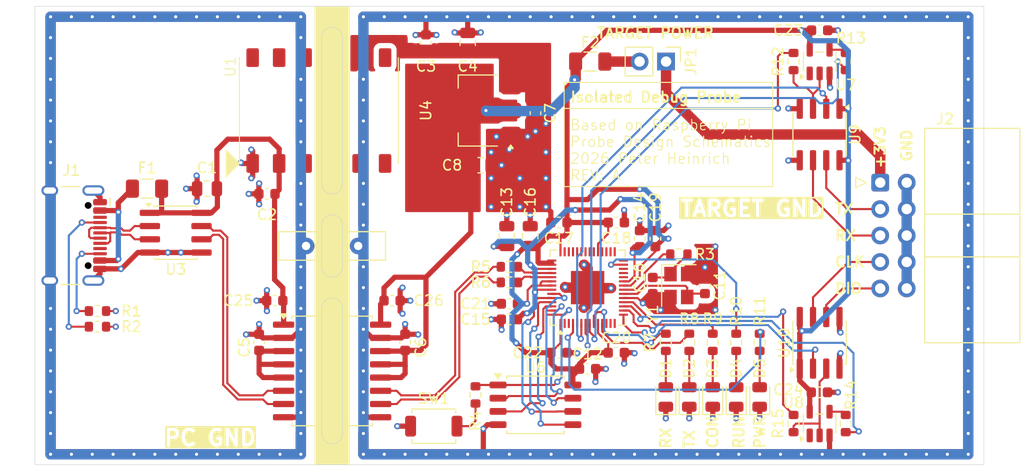
<source format=kicad_pcb>
(kicad_pcb (version 20241229) (generator "pcbnew") (generator_version "9.0")
  (layers (0 "F.Cu" signal) (4 "In1.Cu" signal) (6 "In2.Cu" signal) (2 "B.Cu" signal) (13 "F.Paste" user) (15 "B.Paste" user) (5 "F.SilkS" user "F.Silkscreen") (7 "B.SilkS" user "B.Silkscreen") (1 "F.Mask" user) (3 "B.Mask" user) (25 "Edge.Cuts" user))
  (net 0 "")
  (net 7 "GNDPWR")
  (net 8 "Net-(U1-Vin+)")
  (net 9 "+5V")
  (net 10 "GND")
  (net 11 "Net-(U2-PDEN)")
  (net 12 "+3V3")
  (net 13 "Net-(C10-Pad2)")
  (net 14 "Net-(U5-XIN)")
  (net 15 "+1V1")
  (net 16 "Net-(D1-A)")
  (net 17 "Net-(D2-A)")
  (net 18 "Net-(D3-A)")
  (net 19 "Net-(D4-A)")
  (net 20 "Net-(D5-A)")
  (net 21 "Net-(F1-Pad1)")
  (net 22 "/USB Input Isolation/UDC+")
  (net 23 "/USB Input Isolation/UDC-")
  (net 24 "Net-(J1-CC1)")
  (net 25 "Net-(J1-CC2)")
  (net 26 "/Interface/UART_RX")
  (net 27 "/Interface/SWDIO")
  (net 28 "/Interface/SWCLK")
  (net 29 "Net-(J2-Pin_1)")
  (net 30 "/Interface/UART_TX")
  (net 31 "Net-(U5-XOUT)")
  (net 32 "Net-(U5-~{QSPI_SS})")
  (net 33 "Net-(R4-Pad2)")
  (net 34 "/RP2040/USB_D-")
  (net 35 "/RP2040/DN")
  (net 36 "/RP2040/USB_D+")
  (net 37 "/RP2040/DP")
  (net 38 "Net-(U5-GPIO7)")
  (net 39 "Net-(U5-GPIO8)")
  (net 40 "Net-(U5-GPIO15)")
  (net 41 "Net-(U5-GPIO16)")
  (net 42 "Net-(U5-GPIO2)")
  (net 43 "/Interface/GPIO6")
  (net 44 "/Interface/UART1_RX")
  (net 45 "Net-(R13-Pad2)")
  (net 46 "Net-(R14-Pad2)")
  (net 47 "/Interface/UART0_RX")
  (net 48 "/Interface/GPIO14")
  (net 49 "/USB Input Isolation/UD+")
  (net 50 "/USB Input Isolation/UD-")
  (net 51 "Net-(U5-QSPI_SCLK)")
  (net 58 "Net-(U5-QSPI_SD2)")
  (net 61 "Net-(U5-QSPI_SD0)")
  (net 73 "Net-(U5-QSPI_SD1)")
  (net 77 "Net-(U5-QSPI_SD3)")
  (net 80 "Net-(J2-Pin_5)")
  (net 81 "Net-(J2-Pin_9)")
  (net 82 "Net-(J2-Pin_7)")
  (net 83 "Net-(J2-Pin_3)")
  (net 84 "Net-(JP1-B)")
  (footprint "Capacitor_SMD:C_0603_1608Metric" (layer "F.Cu") (at 98.75 108.75 180)
    (property "Reference" "C15")
    (property "Value" "100n")
  )
  (footprint "Capacitor_SMD:C_0603_1608Metric" (layer "F.Cu") (at 87.5 106.95)
    (property "Reference" "C26")
    (property "Value" "100n")
  )
  (footprint "Capacitor_SMD:C_0805_2012Metric" (layer "F.Cu") (at 94.75 82.2 90)
    (property "Reference" "C4")
    (property "Value" "10u")
  )
  (footprint "Capacitor_SMD:C_0603_1608Metric" (layer "F.Cu") (at 112.75 101 90)
    (property "Reference" "C19")
    (property "Value" "100n")
  )
  (footprint "MountingHole:MountingHole_3.2mm_M3" (layer "F.Cu") (at 61.55 84.5)
    (property "Reference" "H1" (hide yes))
    (property "Value" "MountingHole")
  )
  (footprint "Button_Switch_SMD:SW_SPST_TS-1088-xR020" (layer "F.Cu") (at 91.5 119)
    (property "Reference" "SW1")
    (property "Value" "SW_Push")
  )
  (footprint "Fuse:Fuse_1206_3216Metric" (layer "F.Cu") (at 64 96.2)
    (property "Reference" "F1")
    (property "Value" "250mA")
  )
  (footprint "Resistor_SMD:R_0603_1608Metric" (layer "F.Cu") (at 59.25 109.45)
    (property "Reference" "R2")
    (property "Value" "5k1")
  )
  (footprint "Resistor_SMD:R_0603_1608Metric" (layer "F.Cu") (at 95.5 116 -90)
    (property "Reference" "R4")
    (property "Value" "1k")
  )
  (footprint "LED_SMD:LED_0805_2012Metric" (layer "F.Cu") (at 118.25 116.2 90)
    (property "Reference" "D3")
    (property "Value" "GN")
  )
  (footprint "Capacitor_SMD:C_0603_1608Metric" (layer "F.Cu") (at 74.75 110.95 90)
    (property "Reference" "C5")
    (property "Value" "1u")
  )
  (footprint "Resistor_SMD:R_0603_1608Metric" (layer "F.Cu") (at 120.5 110.95 -90)
    (property "Reference" "R10")
    (property "Value" "470")
  )
  (footprint "Capacitor_SMD:C_0603_1608Metric" (layer "F.Cu") (at 103.5 111.95)
    (property "Reference" "C22")
    (property "Value" "100n")
  )
  (footprint "LED_SMD:LED_0805_2012Metric" (layer "F.Cu") (at 116 116.2 90)
    (property "Reference" "D2")
    (property "Value" "YL")
  )
  (footprint "Package_SO:SOIC-8_3.9x4.9mm_P1.27mm" (layer "F.Cu") (at 128.5 91 -90)
    (property "Reference" "U9")
    (property "Value" "USB6B1")
  )
  (footprint "Resistor_SMD:R_0603_1608Metric" (layer "F.Cu") (at 98.75 103.7)
    (property "Reference" "R5")
    (property "Value" "1k")
  )
  (footprint "Capacitor_SMD:C_0603_1608Metric" (layer "F.Cu") (at 128.475 115.75)
    (property "Reference" "C24")
    (property "Value" "100n")
  )
  (footprint "Capacitor_SMD:C_0603_1608Metric" (layer "F.Cu") (at 112.5 105.5 90)
    (property "Reference" "C10")
    (property "Value" "15p")
  )
  (footprint "Connector_IDC:IDC-Header_2x05_P2.54mm_Horizontal" (layer "F.Cu") (at 134.31 95.62)
    (property "Reference" "J2")
    (property "Value" "DBG-TGT")
  )
  (footprint "Resistor_SMD:R_0603_1608Metric" (layer "F.Cu") (at 115 102.5 180)
    (property "Reference" "R3")
    (property "Value" "1k")
  )
  (footprint "LED_SMD:LED_0805_2012Metric" (layer "F.Cu") (at 122.75 116.2 90)
    (property "Reference" "D5")
    (property "Value" "RD")
  )
  (footprint "Package_DFN_QFN:QFN-56-1EP_7x7mm_P0.4mm_EP3.2x3.2mm" (layer "F.Cu") (at 106.25 105.7 90)
    (property "Reference" "U5" (hide yes))
    (property "Value" "RP2040")
  )
  (footprint "Capacitor_SMD:C_0603_1608Metric" (layer "F.Cu") (at 109 99.45)
    (property "Reference" "C18")
    (property "Value" "100n")
  )
  (footprint "Package_SO:SOIC-16W_7.5x10.3mm_P1.27mm" (layer "F.Cu") (at 81.75 113.7)
    (property "Reference" "U2")
    (property "Value" "ADUM3160")
  )
  (footprint "64Parts:SMD_DCDC" (layer "F.Cu") (at 81.75 88.7)
    (property "Reference" "U1")
    (property "Value" "~")
  )
  (footprint "Resistor_SMD:R_0603_1608Metric" (layer "F.Cu") (at 126 84 -90)
    (property "Reference" "R12")
    (property "Value" "100")
  )
  (footprint "Crystal:Crystal_SMD_Abracon_ABM8AIG-4Pin_3.2x2.5mm" (layer "F.Cu") (at 115 105.5 -90)
    (property "Reference" "Y1")
    (property "Value" "12MHz")
  )
  (footprint "Capacitor_SMD:C_0805_2012Metric" (layer "F.Cu") (at 100.75 100.75 90)
    (property "Reference" "C16")
    (property "Value" "2u2")
  )
  (footprint "Capacitor_SMD:C_0603_1608Metric" (layer "F.Cu") (at 88.75 110.95 90)
    (property "Reference" "C6")
    (property "Value" "1u")
  )
  (footprint "Resistor_SMD:R_0603_1608Metric" (layer "F.Cu") (at 118.25 110.95 -90)
    (property "Reference" "R9")
    (property "Value" "470")
  )
  (footprint "MountingHole:MountingHole_3.2mm_M3" (layer "F.Cu") (at 61.55 116.9)
    (property "Reference" "H2" (hide yes))
    (property "Value" "MountingHole")
  )
  (footprint "Capacitor_SMD:C_0805_2012Metric" (layer "F.Cu") (at 96 93.95)
    (property "Reference" "C8")
    (property "Value" "10u")
  )
  (footprint "Connector_USB:USB_C_Receptacle_HCTL_HC-TYPE-C-16P-01A" (layer "F.Cu") (at 55.75 100.7 -90)
    (property "Reference" "J1")
    (property "Value" "USB_C_Receptacle_USB2.0_14P")
  )
  (footprint "Package_SO:SOIC-8_3.9x4.9mm_P1.27mm" (layer "F.Cu") (at 66.75 100.4266)
    (property "Reference" "U3")
    (property "Value" "USB6B1")
  )
  (footprint "Fuse:Fuse_1206_3216Metric" (layer "F.Cu") (at 106.5 84)
    (property "Reference" "F2")
    (property "Value" "50mA")
  )
  (footprint "Capacitor_SMD:C_0805_2012Metric" (layer "F.Cu") (at 69.75 96.2 180)
    (property "Reference" "C1")
    (property "Value" "10u")
  )
  (footprint "Package_TO_SOT_SMD:SOT-23-5" (layer "F.Cu") (at 128.5 118.75 90)
    (property "Reference" "U8")
    (property "Value" "74AUP1G17")
  )
  (footprint "Capacitor_SMD:C_0603_1608Metric" (layer "F.Cu") (at 117.5 105.5 -90)
    (property "Reference" "C11")
    (property "Value" "15p")
  )
  (footprint "Capacitor_SMD:C_0603_1608Metric" (layer "F.Cu") (at 75.5 96.7 180)
    (property "Reference" "C2")
    (property "Value" "100n")
  )
  (footprint "Capacitor_SMD:C_0603_1608Metric" (layer "F.Cu") (at 90.75 82.2 90)
    (property "Reference" "C3")
    (property "Value" "100n")
  )
  (footprint "Resistor_SMD:R_0603_1608Metric" (layer "F.Cu") (at 122.75 110.95 -90)
    (property "Reference" "R11")
    (property "Value" "470")
  )
  (footprint "LED_SMD:LED_0805_2012Metric" (layer "F.Cu") (at 120.5 116.2 90)
    (property "Reference" "D4")
    (property "Value" "YL")
  )
  (footprint "MountingHole:MountingHole_3.2mm_M3" (layer "F.Cu") (at 135.95 116.9)
    (property "Reference" "H4" (hide yes))
    (property "Value" "MountingHole")
  )
  (footprint "Package_TO_SOT_SMD:SOT-223-3_TabPin2" (layer "F.Cu") (at 95.75 88.7 180)
    (property "Reference" "U4")
    (property "Value" "NCP1117-3.3_SOT223")
  )
  (footprint "Capacitor_SMD:C_0603_1608Metric" (layer "F.Cu") (at 128.5 81)
    (property "Reference" "C23")
    (property "Value" "100n")
  )
  (footprint "Capacitor_SMD:C_0603_1608Metric" (layer "F.Cu") (at 111.25 101 90)
    (property "Reference" "C14")
    (property "Value" "100n")
  )
  (footprint "Resistor_SMD:R_0603_1608Metric" (layer "F.Cu") (at 126 118.75 -90)
    (property "Reference" "R15")
    (property "Value" "100")
  )
  (footprint "Package_SO:SOIC-8_3.9x4.9mm_P1.27mm" (layer "F.Cu") (at 128.5 111 90)
    (property "Reference" "U10")
    (property "Value" "USB6B1")
  )
  (footprint "Package_TO_SOT_SMD:SOT-23-5" (layer "F.Cu") (at 128.5 84 90)
    (property "Reference" "U7")
    (property "Value" "74AUP1G17")
  )
  (footprint "MountingHole:MountingHole_3.2mm_M3" (layer "F.Cu") (at 135.95 84.5)
    (property "Reference" "H3" (hide yes))
    (property "Value" "MountingHole")
  )
  (footprint "Capacitor_SMD:C_0603_1608Metric" (layer "F.Cu") (at 101.25 88.95 -90)
    (property "Reference" "C7")
    (property "Value" "100n")
  )
  (footprint "Resistor_SMD:R_0603_1608Metric" (layer "F.Cu") (at 59.25 107.95)
    (property "Reference" "R1")
    (property "Value" "5k1")
  )
  (footprint "Capacitor_SMD:C_0603_1608Metric" (layer "F.Cu") (at 106.25 113.5)
    (property "Reference" "C12")
    (property "Value" "100n")
  )
  (footprint "LED_SMD:LED_0805_2012Metric" (layer "F.Cu") (at 113.75 116.2 90)
    (property "Reference" "D1")
    (property "Value" "GN")
  )
  (footprint "Connector_PinHeader_2.54mm:PinHeader_1x02_P2.54mm_Vertical" (layer "F.Cu") (at 113.775 84 -90)
    (property "Reference" "JP1")
    (property "Value" "Jumper_2_Open")
  )
  (footprint "Capacitor_THT:C_Disc_D10.0mm_W2.5mm_P5.00mm" (layer "F.Cu") (at 79.25 101.7)
    (property "Reference" "C9")
    (property "Value" "1n")
  )
  (footprint "Capacitor_SMD:C_0603_1608Metric" (layer "F.Cu") (at 103.5 99.45 180)
    (property "Reference" "C17")
    (property "Value" "100n")
  )
  (footprint "Capacitor_SMD:C_0603_1608Metric" (layer "F.Cu") (at 109 111.95)
    (property "Reference" "C20")
    (property "Value" "100n")
  )
  (footprint "Resistor_SMD:R_0603_1608Metric" (layer "F.Cu") (at 116 110.95 -90)
    (property "Reference" "R8")
    (property "Value" "470")
  )
  (footprint "Resistor_SMD:R_0603_1608Metric" (layer "F.Cu") (at 131 84 90)
    (property "Reference" "R13")
    (property "Value" "22")
  )
  (footprint "Resistor_SMD:R_0603_1608Metric" (layer "F.Cu") (at 98.75 105.2)
    (property "Reference" "R6")
    (property "Value" "1k")
  )
  (footprint "Capacitor_SMD:C_0603_1608Metric" (layer "F.Cu") (at 98.75 107.25 180)
    (property "Reference" "C21")
    (property "Value" "100n")
  )
  (footprint "Package_SO:SOIC-8_5.3x5.3mm_P1.27mm" (layer "F.Cu") (at 101.25 116.95)
    (property "Reference" "U6")
    (property "Value" "W25Q16JVSS")
  )
  (footprint "Resistor_SMD:R_0603_1608Metric" (layer "F.Cu") (at 113.75 110.95 -90)
    (property "Reference" "R7")
    (property "Value" "470")
  )
  (footprint "Capacitor_SMD:C_0603_1608Metric" (layer "F.Cu") (at 76.25 106.95 180)
    (property "Reference" "C25")
    (property "Value" "100n")
  )
  (footprint "Resistor_SMD:R_0603_1608Metric" (layer "F.Cu") (at 131 118.75 90)
    (property "Reference" "R14")
    (property "Value" "22")
  )
  (footprint "Capacitor_SMD:C_0805_2012Metric" (layer "F.Cu") (at 98.5 100.75 90)
    (property "Reference" "C13")
    (property "Value" "2u2")
  )
  (gr_line (start 104 88.5) (end 124 88.5) (stroke (width 0.1)) (layer "F.SilkS"))
  (gr_rect (start 80.115 78.75) (end 83.385 122.65) (stroke (width 0.1)) (fill yes) (layer "F.SilkS"))
  (gr_rect (start 104 86) (end 124 96) (stroke (width 0.1)) (fill no) (layer "F.SilkS"))
  (gr_arc (start 82.75 119.7) (mid 81.75 120.7) (end 80.75 119.7) (stroke (width 0.05)) (layer "Edge.Cuts"))
  (gr_line (start 82.75 99.7) (end 82.75 103.7) (stroke (width 0.05)) (layer "Edge.Cuts"))
  (gr_rect (start 53.25 78.7) (end 144.25 122.7) (stroke (width 0.05)) (fill no) (layer "Edge.Cuts"))
  (gr_line (start 82.75 119.7) (end 82.75 107.7) (stroke (width 0.05)) (layer "Edge.Cuts"))
  (gr_arc (start 80.75 107.7) (mid 81.75 106.7) (end 82.75 107.7) (stroke (width 0.05)) (layer "Edge.Cuts"))
  (gr_arc (start 82.75 95.7) (mid 81.75 96.7) (end 80.75 95.7) (stroke (width 0.05)) (layer "Edge.Cuts"))
  (gr_line (start 82.75 95.7) (end 82.75 81.7) (stroke (width 0.05)) (layer "Edge.Cuts"))
  (gr_line (start 80.75 81.7) (end 80.75 95.7) (stroke (width 0.05)) (layer "Edge.Cuts"))
  (gr_line (start 80.75 107.7) (end 80.75 119.7) (stroke (width 0.05)) (layer "Edge.Cuts"))
  (gr_arc (start 82.75 103.7) (mid 81.75 104.7) (end 80.75 103.7) (stroke (width 0.05)) (layer "Edge.Cuts"))
  (gr_arc (start 80.75 81.7) (mid 81.75 80.7) (end 82.75 81.7) (stroke (width 0.05)) (layer "Edge.Cuts"))
  (gr_arc (start 80.75 99.7) (mid 81.75 98.7) (end 82.75 99.7) (stroke (width 0.05)) (layer "Edge.Cuts"))
  (gr_line (start 80.75 99.7) (end 80.75 103.7) (stroke (width 0.05)) (layer "Edge.Cuts"))
  (gr_text "+3V3" (at 134.31 94.35 90) (layer "F.SilkS") (effects (font (size 1 1) (thickness 0.2) (bold yes)) (justify left)))
  (gr_text "RX" (at 113.75 121.25 90) (layer "F.SilkS") (effects (font (size 1 1) (thickness 0.2) (bold yes)) (justify left)))
  (gr_text "RUN" (at 120.75 121.25 90) (layer "F.SilkS") (effects (font (size 1 1) (thickness 0.2) (bold yes)) (justify left)))
  (gr_text "TX" (at 116 121.25 90) (layer "F.SilkS") (effects (font (size 1 1) (thickness 0.2) (bold yes)) (justify left)))
  (gr_text "RX" (at 129.865 100.7 0) (layer "F.SilkS") (effects (font (size 1 1) (thickness 0.2) (bold yes)) (justify left)))
  (gr_text "TARGET GND" (at 115 99 0) (layer "F.SilkS" knockout) (effects (font (size 1.5 1.5) (thickness 0.3) (bold yes)) (justify left bottom)))
  (gr_text "GND" (at 136.85 93.715 90) (layer "F.SilkS") (effects (font (size 1 1) (thickness 0.2) (bold yes)) (justify left)))
  (gr_text "Based on Raspberry Pi\nProbe Design Schematics\n2026 Peter Heinrich\nREV: A" (at 104.5 95.5 0) (layer "F.SilkS") (effects (font (size 1 1) (thickness 0.1)) (justify left bottom)))
  (gr_text "TX" (at 129.865 98.16 0) (layer "F.SilkS") (effects (font (size 1 1) (thickness 0.2) (bold yes)) (justify left)))
  (gr_text "Isolated Debug Probe" (at 104.5 88 0) (layer "F.SilkS") (effects (font (size 1 1) (thickness 0.2) (bold yes)) (justify left bottom)))
  (gr_text "CON" (at 118.25 121.25 90) (layer "F.SilkS") (effects (font (size 1 1) (thickness 0.2) (bold yes)) (justify left)))
  (gr_text "CLK" (at 129.865 103.24 0) (layer "F.SilkS") (effects (font (size 1 1) (thickness 0.2) (bold yes)) (justify left)))
  (gr_text "PWR" (at 122.75 121.25 90) (layer "F.SilkS") (effects (font (size 1 1) (thickness 0.2) (bold yes)) (justify left)))
  (gr_text "DIO" (at 129.865 105.78 0) (layer "F.SilkS") (effects (font (size 1 1) (thickness 0.2) (bold yes)) (justify left)))
  (gr_text "PC GND" (at 65.5 121 0) (layer "F.SilkS" knockout) (effects (font (size 1.5 1.5) (thickness 0.3) (bold yes)) (justify left bottom)))
  (gr_text "TARGET POWER" (at 112.75 81.25 0) (layer "F.SilkS") (effects (font (size 1 1) (thickness 0.2) (bold yes))))
  (segment (start 74.13 93.78) (end 74.13 92.58) (width 0.5) (layer "F.Cu") (net 7))
  (segment (start 78.75 85.7) (end 78.75 91.7) (width 1) (layer "F.Cu") (net 7))
  (segment (start 75.475 106.95) (end 74.5 106.95) (width 0.5) (layer "F.Cu") (net 7))
  (segment (start 59.495 103.9) (end 59.495 104.38) (width 0.5) (layer "F.Cu") (net 7))
  (segment (start 69.225 102.3316) (end 67.25 102.3316) (width 0.5) (layer "F.Cu") (net 7))
  (segment (start 61.5 103.9) (end 61.55 103.9) (width 0.5) (layer "F.Cu") (net 7))
  (segment (start 77.1 110.525) (end 75.1 110.525) (width 0.5) (layer "F.Cu") (net 7))
  (segment (start 77.1 118.145) (end 78.305 118.145) (width 0.5) (layer "F.Cu") (net 7))
  (segment (start 74.725 97.675) (end 74.75 97.7) (width 0.5) (layer "F.Cu") (net 7))
  (segment (start 74.725 95.725) (end 74.75 95.7) (width 0.5) (layer "F.Cu") (net 7))
  (segment (start 75.475 107.925) (end 75.5 107.95) (width 0.5) (layer "F.Cu") (net 7))
  (segment (start 75.1 110.525) (end 74.75 110.175) (width 0.5) (layer "F.Cu") (net 7))
  (segment (start 74.75 110.175) (end 73.525 110.175) (width 0.5) (layer "F.Cu") (net 7))
  (segment (start 74.725 96.7) (end 74.725 95.725) (width 0.5) (layer "F.Cu") (net 7))
  (segment (start 78.75 103.7) (end 78.75 107.7) (width 1) (layers "F.Cu" "F.Mask") (net 7))
  (segment (start 63.1184 102.3316) (end 64.275 102.3316) (width 0.5) (layer "F.Cu") (net 7))
  (segment (start 77.925 110.525) (end 78.75 109.7) (width 0.5) (layer "F.Cu") (net 7))
  (segment (start 73.525 110.175) (end 73.5 110.2) (width 0.5) (layer "F.Cu") (net 7))
  (segment (start 68.8 95) (end 68.75 94.95) (width 0.5) (layer "F.Cu") (net 7))
  (segment (start 75.475 106.95) (end 75.475 107.925) (width 0.5) (layer "F.Cu") (net 7))
  (segment (start 67.25 102.3316) (end 66 102.3316) (width 0.5) (layer "F.Cu") (net 7))
  (segment (start 78.75 79.7) (end 78.75 81.7) (width 1) (layers "F.Cu" "F.Mask") (net 7))
  (segment (start 74.13 95.07) (end 74 95.2) (width 0.5) (layer "F.Cu") (net 7))
  (segment (start 60.075 109.45) (end 61 109.45) (width 0.2) (layer "F.Cu") (net 7))
  (segment (start 78.305 118.145) (end 78.75 117.7) (width 0.5) (layer "F.Cu") (net 7))
  (segment (start 78.75 119.7) (end 78.75 121.7) (width 1) (layers "F.Cu" "F.Mask") (net 7))
  (segment (start 75.475 106.95) (end 75.475 105.975) (width 0.5) (layer "F.Cu") (net 7))
  (segment (start 54.75 121.7) (end 78.75 121.7) (width 1) (layers "F.Cu" "F.Mask") (net 7))
  (segment (start 59.495 97.02) (end 58.855 96.38) (width 0.5) (layer "F.Cu") (net 7))
  (segment (start 74.13 93.78) (end 74.13 95.07) (width 0.5) (layer "F.Cu") (net 7))
  (segment (start 60.075 107.95) (end 61 107.95) (width 0.2) (layer "F.Cu") (net 7))
  (segment (start 68.8 97.4) (end 68.75 97.45) (width 0.5) (layer "F.Cu") (net 7))
  (segment (start 74.725 96.7) (end 73.75 96.7) (width 0.5) (layer "F.Cu") (net 7))
  (segment (start 75.475 105.975) (end 75.5 105.95) (width 0.5) (layer "F.Cu") (net 7))
  (segment (start 66 102.3316) (end 64.275 102.3316) (width 0.5) (layer "F.Cu") (net 7))
  (segment (start 68.8 96.2) (end 68.8 97.4) (width 0.5) (layer "F.Cu") (net 7))
  (segment (start 61.55 103.9) (end 63.1184 102.3316) (width 0.5) (layer "F.Cu") (net 7))
  (segment (start 54.75 79.7) (end 54.75 121.7) (width 1) (layers "F.Cu" "F.Mask") (net 7))
  (segment (start 59.495 103.9) (end 61.5 103.9) (width 0.5) (layer "F.Cu") (net 7))
  (segment (start 59.495 104.38) (end 58.855 105.02) (width 0.5) (layer "F.Cu") (net 7))
  (segment (start 74.75 110.175) (end 74.75 109.2) (width 0.5) (layer "F.Cu") (net 7))
  (segment (start 73.08 93.78) (end 73 93.7) (width 0.5) (layer "F.Cu") (net 7))
  (segment (start 74.725 96.7) (end 74.725 97.675) (width 0.5) (layer "F.Cu") (net 7))
  (segment (start 59.495 97.5) (end 59.495 97.02) (width 0.5) (layer "F.Cu") (net 7))
  (segment (start 77.1 110.525) (end 77.925 110.525) (width 0.5) (layer "F.Cu") (net 7))
  (segment (start 68.8 96.2) (end 68.8 95) (width 0.5) (layer "F.Cu") (net 7))
  (segment (start 74.13 92.58) (end 74 92.45) (width 0.5) (layer "F.Cu") (net 7))
  (segment (start 54.75 79.7) (end 78.75 79.7) (width 1) (layers "F.Cu" "F.Mask") (net 7))
  (segment (start 78.75 95.7) (end 78.75 99.7) (width 1) (layers "F.Cu" "F.Mask") (net 7))
  (segment (start 68.8 96.2) (end 67.75 96.2) (width 0.5) (layer "F.Cu") (net 7))
  (segment (start 74.13 93.78) (end 73.08 93.78) (width 0.5) (layer "F.Cu") (net 7))
  (via (at 66.75 79.7) (size 0.6) (drill 0.3) (layers "F.Cu" "B.Cu") (net 7))
  (via (at 78.75 79.7) (size 0.6) (drill 0.3) (layers "F.Cu" "B.Cu") (net 7))
  (via (at 78.75 87.7) (size 0.6) (drill 0.3) (layers "F.Cu" "B.Cu") (net 7))
  (via (at 70.75 79.7) (size 0.6) (drill 0.3) (layers "F.Cu" "B.Cu") (net 7))
  (via (at 78.75 109.7) (size 0.6) (drill 0.3) (layers "F.Cu" "B.Cu") (net 7))
  (via (at 58.75 121.7) (size 0.6) (drill 0.3) (layers "F.Cu" "B.Cu") (net 7))
  (via (at 78.75 121.7) (size 0.6) (drill 0.3) (layers "F.Cu" "B.Cu") (net 7))
  (via (at 54.75 113.7) (size 0.6) (drill 0.3) (layers "F.Cu" "B.Cu") (net 7))
  (via (at 74.75 121.7) (size 0.6) (drill 0.3) (layers "F.Cu" "B.Cu") (net 7))
  (via (at 54.75 107.7) (size 0.6) (drill 0.3) (layers "F.Cu" "B.Cu") (net 7))
  (via (at 61 107.95) (size 0.6) (drill 0.3) (layers "F.Cu" "B.Cu") (net 7))
  (via (at 78.75 107.7) (size 0.6) (drill 0.3) (layers "F.Cu" "B.Cu") (net 7))
  (via (at 67.25 102.3316) (size 0.6) (drill 0.3) (layers "F.Cu" "B.Cu") (net 7))
  (via (at 54.75 119.7) (size 0.6) (drill 0.3) (layers "F.Cu" "B.Cu") (net 7))
  (via (at 54.75 79.7) (size 0.6) (drill 0.3) (layers "F.Cu" "B.Cu") (net 7))
  (via (at 74 95.2) (size 0.6) (drill 0.3) (layers "F.Cu" "B.Cu") (net 7))
  (via (at 54.75 83.7) (size 0.6) (drill 0.3) (layers "F.Cu" "B.Cu") (net 7))
  (via (at 72.75 79.7) (size 0.6) (drill 0.3) (layers "F.Cu" "B.Cu") (net 7))
  (via (at 78.75 97.7) (size 0.6) (drill 0.3) (layers "F.Cu" "B.Cu") (net 7))
  (via (at 54.75 87.7) (size 0.6) (drill 0.3) (layers "F.Cu" "B.Cu") (net 7))
  (via (at 68.75 79.7) (size 0.6) (drill 0.3) (layers "F.Cu" "B.Cu") (net 7))
  (via (at 78.75 89.7) (size 0.6) (drill 0.3) (layers "F.Cu" "B.Cu") (net 7))
  (via (at 78.75 119.7) (size 0.6) (drill 0.3) (layers "F.Cu" "B.Cu") (net 7))
  (via (at 78.75 95.7) (size 0.6) (drill 0.3) (layers "F.Cu" "B.Cu") (net 7))
  (via (at 56.75 79.7) (size 0.6) (drill 0.3) (layers "F.Cu" "B.Cu") (net 7))
  (via (at 75.5 107.95) (size 0.6) (drill 0.3) (layers "F.Cu" "B.Cu") (net 7))
  (via (at 64.75 121.7) (size 0.6) (drill 0.3) (layers "F.Cu" "B.Cu") (net 7))
  (via (at 54.75 109.7) (size 0.6) (drill 0.3) (layers "F.Cu" "B.Cu") (net 7))
  (via (at 75.5 105.95) (size 0.6) (drill 0.3) (layers "F.Cu" "B.Cu") (net 7))
  (via (at 76.75 121.7) (size 0.6) (drill 0.3) (layers "F.Cu" "B.Cu") (net 7))
  (via (at 66.75 121.7) (size 0.6) (drill 0.3) (layers "F.Cu" "B.Cu") (net 7))
  (via (at 76.75 79.7) (size 0.6) (drill 0.3) (layers "F.Cu" "B.Cu") (net 7))
  (via (at 54.75 115.7) (size 0.6) (drill 0.3) (layers "F.Cu" "B.Cu") (net 7))
  (via (at 54.75 89.7) (size 0.6) (drill 0.3) (layers "F.Cu" "B.Cu") (net 7))
  (via (at 74.75 109.2) (size 0.6) (drill 0.3) (layers "F.Cu" "B.Cu") (net 7))
  (via (at 54.75 111.7) (size 0.6) (drill 0.3) (layers "F.Cu" "B.Cu") (net 7))
  (via (at 78.75 117.7) (size 0.6) (drill 0.3) (layers "F.Cu" "B.Cu") (net 7))
  (via (at 54.75 117.7) (size 0.6) (drill 0.3) (layers "F.Cu" "B.Cu") (net 7))
  (via (at 78.75 105.7) (size 0.6) (drill 0.3) (layers "F.Cu" "B.Cu") (net 7))
  (via (at 78.75 91.7) (size 0.6) (drill 0.3) (layers "F.Cu" "B.Cu") (net 7))
  (via (at 60.75 121.7) (size 0.6) (drill 0.3) (layers "F.Cu" "B.Cu") (net 7))
  (via (at 58.75 79.7) (size 0.6) (drill 0.3) (layers "F.Cu" "B.Cu") (net 7))
  (via (at 60.75 79.7) (size 0.6) (drill 0.3) (layers "F.Cu" "B.Cu") (net 7))
  (via (at 68.75 121.7) (size 0.6) (drill 0.3) (layers "F.Cu" "B.Cu") (net 7))
  (via (at 78.75 113.7) (size 0.6) (drill 0.3) (layers "F.Cu" "B.Cu") (net 7))
  (via (at 70.75 121.7) (size 0.6) (drill 0.3) (layers "F.Cu" "B.Cu") (net 7))
  (via (at 61 109.45) (size 0.6) (drill 0.3) (layers "F.Cu" "B.Cu") (net 7))
  (via (at 74.5 106.95) (size 0.6) (drill 0.3) (layers "F.Cu" "B.Cu") (net 7))
  (via (at 67.75 96.2) (size 0.6) (drill 0.3) (layers "F.Cu" "B.Cu") (net 7))
  (via (at 68.75 94.95) (size 0.6) (drill 0.3) (layers "F.Cu" "B.Cu") (net 7))
  (via (at 74.75 95.7) (size 0.6) (drill 0.3) (layers "F.Cu" "B.Cu") (net 7))
  (via (at 56.75 121.7) (size 0.6) (drill 0.3) (layers "F.Cu" "B.Cu") (net 7))
  (via (at 74 92.45) (size 0.6) (drill 0.3) (layers "F.Cu" "B.Cu") (net 7))
  (via (at 73.5 110.2) (size 0.6) (drill 0.3) (layers "F.Cu" "B.Cu") (net 7))
  (via (at 78.75 111.7) (size 0.6) (drill 0.3) (layers "F.Cu" "B.Cu") (net 7))
  (via (at 78.75 81.7) (size 0.6) (drill 0.3) (layers "F.Cu" "B.Cu") (net 7))
  (via (at 74.75 97.7) (size 0.6) (drill 0.3) (layers "F.Cu" "B.Cu") (net 7))
  (via (at 78.75 115.7) (size 0.6) (drill 0.3) (layers "F.Cu" "B.Cu") (net 7))
  (via (at 61.5 103.9) (size 0.6) (drill 0.3) (layers "F.Cu" "B.Cu") (net 7))
  (via (at 62.75 79.7) (size 0.6) (drill 0.3) (layers "F.Cu" "B.Cu") (net 7))
  (via (at 54.75 81.7) (size 0.6) (drill 0.3) (layers "F.Cu" "B.Cu") (net 7))
  (via (at 54.75 121.7) (size 0.6) (drill 0.3) (layers "F.Cu" "B.Cu") (net 7))
  (via (at 73.75 96.7) (size 0.6) (drill 0.3) (layers "F.Cu" "B.Cu") (net 7))
  (via (at 54.75 85.7) (size 0.6) (drill 0.3) (layers "F.Cu" "B.Cu") (net 7))
  (via (at 64.75 79.7) (size 0.6) (drill 0.3) (layers "F.Cu" "B.Cu") (net 7))
  (via (at 78.75 85.7) (size 0.6) (drill 0.3) (layers "F.Cu" "B.Cu") (net 7))
  (via (at 54.75 93.7) (size 0.6) (drill 0.3) (layers "F.Cu" "B.Cu") (net 7))
  (via (at 78.75 103.7) (size 0.6) (drill 0.3) (layers "F.Cu" "B.Cu") (net 7))
  (via (at 68.75 97.45) (size 0.6) (drill 0.3) (layers "F.Cu" "B.Cu") (net 7))
  (via (at 72.75 121.7) (size 0.6) (drill 0.3) (layers "F.Cu" "B.Cu") (net 7))
  (via (at 74.75 79.7) (size 0.6) (drill 0.3) (layers "F.Cu" "B.Cu") (net 7))
  (via (at 54.75 91.7) (size 0.6) (drill 0.3) (layers "F.Cu" "B.Cu") (net 7))
  (via (at 66 102.3316) (size 0.6) (drill 0.3) (layers "F.Cu" "B.Cu") (net 7))
  (via (at 78.75 99.7) (size 0.6) (drill 0.3) (layers "F.Cu" "B.Cu") (net 7))
  (via (at 62.75 121.7) (size 0.6) (drill 0.3) (layers "F.Cu" "B.Cu") (net 7))
  (via (at 73 93.7) (size 0.6) (drill 0.3) (layers "F.Cu" "B.Cu") (net 7))
  (segment (start 54.75 121.7) (end 54.75 79.7) (width 1) (layers "B.Cu" "B.Mask") (net 7))
  (segment (start 54.75 79.7) (end 78.75 79.7) (width 1) (layers "B.Cu" "B.Mask") (net 7))
  (segment (start 78.75 79.7) (end 78.75 121.7) (width 1) (layers "B.Cu" "B.Mask") (net 7))
  (segment (start 78.75 121.7) (end 54.75 121.7) (width 1) (layers "B.Cu" "B.Mask") (net 7))
  (segment (start 65.25 98.5216) (end 69.225 98.5216) (width 0.5) (layer "F.Cu") (net 8))
  (segment (start 75.75 91.45) (end 76.67 92.37) (width 0.5) (layer "F.Cu") (net 8))
  (segment (start 77.1 107.025) (end 77.025 106.95) (width 0.5) (layer "F.Cu") (net 8))
  (segment (start 65.4 96.2) (end 65.4 98.3716) (width 0.5) (layer "F.Cu") (net 8))
  (segment (start 70.1784 98.5216) (end 70.75 97.95) (width 0.5) (layer "F.Cu") (net 8))
  (segment (start 70.7 92.5) (end 71.75 91.45) (width 0.5) (layer "F.Cu") (net 8))
  (segment (start 70.7 96.2) (end 70.7 92.5) (width 0.5) (layer "F.Cu") (net 8))
  (segment (start 76.67 93.78) (end 76.67 96.305) (width 0.5) (layer "F.Cu") (net 8))
  (segment (start 77.025 106.95) (end 77.025 105.725) (width 0.5) (layer "F.Cu") (net 8))
  (segment (start 77.025 105.725) (end 76.231691 104.931691) (width 0.5) (layer "F.Cu") (net 8))
  (segment (start 77.1 109.255) (end 77.1 107.025) (width 0.5) (layer "F.Cu") (net 8))
  (segment (start 76.231691 104.931691) (end 76.231691 96.7) (width 0.5) (layer "F.Cu") (net 8))
  (segment (start 70.75 96.25) (end 70.7 96.2) (width 0.5) (layer "F.Cu") (net 8))
  (segment (start 65.4 98.3716) (end 65.25 98.5216) (width 0.5) (layer "F.Cu") (net 8))
  (segment (start 76.67 92.37) (end 76.67 93.78) (width 0.5) (layer "F.Cu") (net 8))
  (segment (start 69.225 98.5216) (end 70.1784 98.5216) (width 0.5) (layer "F.Cu") (net 8))
  (segment (start 71.75 91.45) (end 75.75 91.45) (width 0.5) (layer "F.Cu") (net 8))
  (segment (start 76.67 96.305) (end 76.275 96.7) (width 0.5) (layer "F.Cu") (net 8))
  (segment (start 70.75 97.95) (end 70.75 96.25) (width 0.5) (layer "F.Cu") (net 8))
  (segment (start 64.275 98.5216) (end 65.25 98.5216) (width 0.5) (layer "F.Cu") (net 8))
  (segment (start 94.75 83.15) (end 97.45 83.15) (width 0.5) (layer "F.Cu") (net 9))
  (segment (start 101.25 87.2) (end 100.45 86.4) (width 0.5) (layer "F.Cu") (net 9))
  (segment (start 87.75 81.7) (end 89.025 82.975) (width 0.5) (layer "F.Cu") (net 9))
  (segment (start 98.9 84.6) (end 98.9 86.4) (width 0.5) (layer "F.Cu") (net 9))
  (segment (start 94.575 82.975) (end 94.75 83.15) (width 0.5) (layer "F.Cu") (net 9))
  (segment (start 84.29 82.41) (end 85 81.7) (width 0.5) (layer "F.Cu") (net 9))
  (segment (start 101.25 88.175) (end 101.25 87.2) (width 0.5) (layer "F.Cu") (net 9))
  (segment (start 84.29 83.62) (end 84.29 82.41) (width 0.5) (layer "F.Cu") (net 9))
  (segment (start 97.45 83.15) (end 98.9 84.6) (width 0.5) (layer "F.Cu") (net 9))
  (segment (start 85 81.7) (end 87.75 81.7) (width 0.5) (layer "F.Cu") (net 9))
  (segment (start 90.75 82.975) (end 94.575 82.975) (width 0.5) (layer "F.Cu") (net 9))
  (segment (start 100.45 86.4) (end 98.9 86.4) (width 0.5) (layer "F.Cu") (net 9))
  (segment (start 89.025 82.975) (end 90.75 82.975) (width 0.5) (layer "F.Cu") (net 9))
  (segment (start 111.25 100.225) (end 111.25 99.25) (width 0.5) (layer "F.Cu") (net 10))
  (segment (start 88.275 107.975) (end 88.5 108.2) (width 0.5) (layer "F.Cu") (net 10))
  (segment (start 97.975 109.725) (end 98 109.75) (width 0.5) (layer "F.Cu") (net 10))
  (segment (start 142.75 121.7) (end 129.5 121.7) (width 1) (layers "F.Cu" "F.Mask") (net 10))
  (segment (start 111.549265 106.950735) (end 111.549265 107.200735) (width 0.2) (layer "F.Cu") (net 10))
  (segment (start 88.275 105.925) (end 88.5 105.7) (width 0.5) (layer "F.Cu") (net 10))
  (segment (start 113.75 117.1375) (end 113.75 118.25) (width 0.5) (layer "F.Cu") (net 10))
  (segment (start 120.5 117.1375) (end 120.5 118.25) (width 0.5) (layer "F.Cu") (net 10))
  (segment (start 100.75 99.8) (end 100.75 98.75) (width 0.5) (layer "F.Cu") (net 10))
  (segment (start 89.775 81.425) (end 89.75 81.45) (width 0.5) (layer "F.Cu") (net 10))
  (segment (start 104.146116 105.7) (end 104.088252 105.642136) (width 1) (layer "F.Cu") (net 10))
  (segment (start 126.595 88.525) (end 125.525 88.525) (width 0.5) (layer "F.Cu") (net 10))
  (segment (start 125.525 88.525) (end 125.5 88.5) (width 0.5) (layer "F.Cu") (net 10))
  (segment (start 98.5 98.75) (end 98.5 98) (width 0.5) (layer "F.Cu") (net 10))
  (segment (start 106.25 105.7) (end 106.25 107.263736) (width 1) (layer "F.Cu") (net 10))
  (segment (start 84.75 95.7) (end 84.75 85.7) (width 1) (layer "F.Cu") (net 10))
  (segment (start 109.775 99.45) (end 109.775 98.275) (width 0.5) (layer "F.Cu") (net 10))
  (segment (start 112.75 100.225) (end 113.525 100.225) (width 0.5) (layer "F.Cu") (net 10))
  (segment (start 126.595 93.475) (end 125.525 93.475) (width 0.5) (layer "F.Cu") (net 10))
  (segment (start 88.275 106.95) (end 89.25 106.95) (width 0.5) (layer "F.Cu") (net 10))
  (segment (start 129.45 86.45) (end 129.5 86.5) (width 0.5) (layer "F.Cu") (net 10))
  (segment (start 89.275 119) (end 88 119) (width 0.5) (layer "F.Cu") (net 10))
  (segment (start 97.975 108.75) (end 97.975 109.725) (width 0.5) (layer "F.Cu") (net 10))
  (segment (start 106.25 107.263736) (end 105.878013 107.635723) (width 1) (layer "F.Cu") (net 10))
  (segment (start 118.25 117.1375) (end 118.25 118.25) (width 0.5) (layer "F.Cu") (net 10))
  (segment (start 122.75 117.1375) (end 122.75 118.25) (width 0.5) (layer "F.Cu") (net 10))
  (segment (start 84.75 95.7) (end 84.75 99.7) (width 1) (layers "F.Cu" "F.Mask") (net 10))
  (segment (start 100.75 98.75) (end 100.75 98) (width 0.5) (layer "F.Cu") (net 10))
  (segment (start 88.75 110.175) (end 88.75 109.2) (width 0.5) (layer "F.Cu") (net 10))
  (segment (start 94.75 81.25) (end 93.55 81.25) (width 0.5) (layer "F.Cu") (net 10))
  (segment (start 107.025 113.5) (end 108 113.5) (width 0.5) (layer "F.Cu") (net 10))
  (segment (start 86.4 110.525) (end 88.4 110.525) (width 0.5) (layer "F.Cu") (net 10))
  (segment (start 97.975 107.25) (end 97 107.25) (width 0.5) (layer "F.Cu") (net 10))
  (segment (start 89.975 110.175) (end 90 110.2) (width 0.5) (layer "F.Cu") (net 10))
  (segment (start 129.25 115.75) (end 130.25 115.75) (width 0.5) (layer "F.Cu") (net 10))
  (segment (start 130.405 109.905) (end 130.5 110) (width 0.5) (layer "F.Cu") (net 10))
  (segment (start 96.25 121.7) (end 84.75 121.7) (width 1) (layers "F.Cu" "F.Mask") (net 10))
  (segment (start 93.55 81.25) (end 93.5 81.2) (width 0.5) (layer "F.Cu") (net 10))
  (segment (start 107.025 114.725) (end 107 114.75) (width 0.5) (layer "F.Cu") (net 10))
  (segment (start 130.405 113.475) (end 130.405 112.095) (width 0.5) (layer "F.Cu") (net 10))
  (segment (start 97.6625 118.855) (end 96.645 118.855) (width 0.5) (layer "F.Cu") (net 10))
  (segment (start 112.225 106.275) (end 111.549265 106.950735) (width 0.2) (layer "F.Cu") (net 10))
  (segment (start 109.775 98.275) (end 109.75 98.25) (width 0.5) (layer "F.Cu") (net 10))
  (segment (start 102.725 99.45) (end 102.725 98.425) (width 0.5) (layer "F.Cu") (net 10))
  (segment (start 91.725 81.425) (end 91.75 81.45) (width 0.5) (layer "F.Cu") (net 10))
  (segment (start 129.45 121.65) (end 129.5 121.7) (width 0.5) (layer "F.Cu") (net 10))
  (segment (start 100.3 91) (end 100.5 91.2) (width 0.5) (layer "F.Cu") (net 10))
  (segment (start 98.9 91) (end 100.3 91) (width 0.5) (layer "F.Cu") (net 10))
  (segment (start 97.7 91) (end 97.5 91.2) (width 0.5) (layer "F.Cu") (net 10))
  (segment (start 85.575 110.525) (end 84.75 109.7) (width 0.5) (layer "F.Cu") (net 10))
  (segment (start 104.275 111.95) (end 105.2 111.95) (width 0.5) (layer "F.Cu") (net 10))
  (segment (start 106.25 105.7) (end 106.25 103.85) (width 1) (layer "F.Cu") (net 10))
  (segment (start 112.5 106.275) (end 112.225 106.275) (width 0.2) (layer "F.Cu") (net 10))
  (segment (start 96.95 93.95) (end 96.95 95.15) (width 0.5) (layer "F.Cu") (net 10))
  (segment (start 129.45 119.8875) (end 129.45 121.65) (width 0.5) (layer "F.Cu") (net 10))
  (segment (start 113.525 100.225) (end 114 99.75) (width 0.5) (layer "F.Cu") (net 10))
  (segment (start 111.04853 106.7) (end 111.549265 107.200735) (width 0.2) (layer "F.Cu") (net 10))
  (segment (start 109.775 112.975) (end 109.75 113) (width 0.5) (layer "F.Cu") (net 10))
  (segment (start 88.275 106.95) (end 88.275 107.975) (width 0.5) (layer "F.Cu") (net 10))
  (segment (start 96.95 93.95) (end 98 93.95) (width 0.5) (layer "F.Cu") (net 10))
  (segment (start 88.275 106.95) (end 88.275 105.925) (width 0.5) (layer "F.Cu") (net 10))
  (segment (start 109.775 111.95) (end 110.7 111.95) (width 0.5) (layer "F.Cu") (net 10))
  (segment (start 109.6875 106.7) (end 111.04853 106.7) (width 0.2) (layer "F.Cu") (net 10))
  (segment (start 101.25 89.725) (end 101.25 90.7) (width 0.5) (layer "F.Cu") (net 10))
  (segment (start 98.9 92.3) (end 98.75 92.45) (width 0.5) (layer "F.Cu") (net 10))
  (segment (start 86.4 118.145) (end 85.195 118.145) (width 0.5) (layer "F.Cu") (net 10))
  (segment (start 129.5 121.7) (end 96.25 121.7) (width 1) (layers "F.Cu" "F.Mask") (net 10))
  (segment (start 96.645 118.855) (end 96.25 119.25) (width 0.5) (layer "F.Cu") (net 10))
  (segment (start 96.25 119.25) (end 96.25 121.7) (width 0.5) (layer "F.Cu") (net 10))
  (segment (start 105.2 111.95) (end 105.25 112) (width 0.5) (layer "F.Cu") (net 10))
  (segment (start 95.95 81.25) (end 96 81.2) (width 0.5) (layer "F.Cu") (net 10))
  (segment (start 96.95 95.15) (end 97 95.2) (width 0.5) (layer "F.Cu") (net 10))
  (segment (start 98.5 99.8) (end 98.5 98.75) (width 0.5) (layer "F.Cu") (net 10))
  (segment (start 116 117.1375) (end 116 118.25) (width 0.5) (layer "F.Cu") (net 10))
  (segment (start 106.3 105.75) (end 106.25 105.7) (width 1) (layer "F.Cu") (net 10))
  (segment (start 107.025 113.5) (end 107.025 114.725) (width 0.5) (layer "F.Cu") (net 10))
  (segment (start 94.75 81.25) (end 95.95 81.25) (width 0.5) (layer "F.Cu") (net 10))
  (segment (start 130.405 112.095) (end 130.5 112) (width 0.5) (layer "F.Cu") (net 10))
  (segment (start 102.725 98.425) (end 102.25 97.95) (width 0.5) (layer "F.Cu") (net 10))
  (segment (start 125.525 93.475) (end 125.5 93.5) (width 0.5) (layer "F.Cu") (net 10))
  (segment (start 90.75 81.425) (end 89.775 81.425) (width 0.5) (layer "F.Cu") (net 10))
  (segment (start 84.75 103.7) (end 84.75 107.7) (width 1) (layers "F.Cu" "F.Mask") (net 10))
  (segment (start 101.25 89.725) (end 102.025 89.725) (width 0.5) (layer "F.Cu") (net 10))
  (segment (start 86.4 110.525) (end 85.575 110.525) (width 0.5) (layer "F.Cu") (net 10))
  (segment (start 130.405 108.525) (end 130.405 109.905) (width 0.5) (layer "F.Cu") (net 10))
  (segment (start 98.9 91) (end 97.7 91) (width 0.5) (layer "F.Cu") (net 10))
  (segment (start 84.75 79.7) (end 142.75 79.7) (width 1) (layers "F.Cu" "F.Mask") (net 10))
  (segment (start 96.95 92.75) (end 97 92.7) (width 0.5) (layer "F.Cu") (net 10))
  (segment (start 142.75 79.7) (end 142.75 121.7) (width 1) (layers "F.Cu" "F.Mask") (net 10))
  (segment (start 109.775 111.95) (end 109.775 112.975) (width 0.5) (layer "F.Cu") (net 10))
  (segment (start 111.25 100.225) (end 112.75 100.225) (width 0.5) (layer "F.Cu") (net 10))
  (segment (start 88.75 110.175) (end 89.975 110.175) (width 0.5) (layer "F.Cu") (net 10))
  (segment (start 97.975 108.75) (end 97 108.75) (width 0.5) (layer "F.Cu") (net 10))
  (segment (start 85.195 118.145) (end 84.75 117.7) (width 0.5) (layer "F.Cu") (net 10))
  (segment (start 90.75 81.425) (end 91.725 81.425) (width 0.5) (layer "F.Cu") (net 10))
  (segment (start 106.25 105.7) (end 104.146116 105.7) (width 1) (layer "F.Cu") (net 10))
  (segment (start 110.7 111.95) (end 110.75 112) (width 0.5) (layer "F.Cu") (net 10))
  (segment (start 102.025 89.725) (end 102.25 89.95) (width 0.5) (layer "F.Cu") (net 10))
  (segment (start 129.45 85.1375) (end 129.45 86.45) (width 0.5) (layer "F.Cu") (net 10))
  (segment (start 94.75 81.25) (end 94.75 79.7) (width 0.5) (layer "F.Cu") (net 10))
  (segment (start 129.275 81) (end 130.25 81) (width 0.5) (layer "F.Cu") (net 10))
  (segment (start 98.9 91) (end 98.9 92.3) (width 0.5) (layer "F.Cu") (net 10))
  (segment (start 96.95 93.95) (end 96.95 92.75) (width 0.5) (layer "F.Cu") (net 10))
  (segment (start 106.25 103.85) (end 105.9 103.5) (width 1) (layer "F.Cu") (net 10))
  (segment (start 88.4 110.525) (end 88.75 110.175) (width 0.5) (layer "F.Cu") (net 10))
  (segment (start 84.75 121.7) (end 84.75 119.7) (width 1) (layers "F.Cu" "F.Mask") (net 10))
  (segment (start 108.5 105.75) (end 106.3 105.75) (width 1) (layer "F.Cu") (net 10))
  (segment (start 90.75 81.425) (end 90.75 79.7) (width 0.5) (layer "F.Cu") (net 10))
  (via (at 93.5 81.2) (size 0.6) (drill 0.3) (layers "F.Cu" "B.Cu") (net 10))
  (via (at 118.75 79.7) (size 0.6) (drill 0.3) (layers "F.Cu" "B.Cu") (net 10))
  (via (at 130.25 115.75) (size 0.6) (drill 0.3) (layers "F.Cu" "B.Cu") (net 10))
  (via (at 142.75 91.7) (size 0.6) (drill 0.3) (layers "F.Cu" "B.Cu") (net 10))
  (via (at 86.75 121.7) (size 0.6) (drill 0.3) (layers "F.Cu" "B.Cu") (net 10))
  (via (at 129.5 86.5) (size 0.6) (drill 0.3) (layers "F.Cu" "B.Cu") (net 10))
  (via (at 142.75 99.7) (size 0.6) (drill 0.3) (layers "F.Cu" "B.Cu") (net 10))
  (via (at 102.75 79.7) (size 0.6) (drill 0.3) (layers "F.Cu" "B.Cu") (net 10))
  (via (at 88.5 108.2) (size 0.6) (drill 0.3) (layers "F.Cu" "B.Cu") (net 10))
  (via (at 99.75 95.2) (size 0.6) (drill 0.3) (layers "F.Cu" "B.Cu") (net 10))
  (via (at 84.75 109.7) (size 0.6) (drill 0.3) (layers "F.Cu" "B.Cu") (net 10))
  (via (at 118.75 121.7) (size 0.6) (drill 0.3) (layers "F.Cu" "B.Cu") (net 10))
  (via (at 114 99.75) (size 0.6) (drill 0.3) (layers "F.Cu" "B.Cu") (net 10))
  (via (at 114.75 121.7) (size 0.6) (drill 0.3) (layers "F.Cu" "B.Cu") (net 10))
  (via (at 142.75 105.7) (size 0.6) (drill 0.3) (layers "F.Cu" "B.Cu") (net 10))
  (via (at 130.5 110) (size 0.6) (drill 0.3) (layers "F.Cu" "B.Cu") (net 10))
  (via (at 94.75 121.7) (size 0.6) (drill 0.3) (layers "F.Cu" "B.Cu") (net 10))
  (via (at 98.75 92.45) (size 0.6) (drill 0.3) (layers "F.Cu" "B.Cu") (net 10))
  (via (at 124.75 121.7) (size 0.6) (drill 0.3) (layers "F.Cu" "B.Cu") (net 10))
  (via (at 124.75 79.7) (size 0.6) (drill 0.3) (layers "F.Cu" "B.Cu") (net 10))
  (via (at 130.25 81) (size 0.6) (drill 0.3) (layers "F.Cu" "B.Cu") (net 10))
  (via (at 106.75 79.7) (size 0.6) (drill 0.3) (layers "F.Cu" "B.Cu") (net 10))
  (via (at 102.75 121.7) (size 0.6) (drill 0.3) (layers "F.Cu" "B.Cu") (net 10))
  (via (at 142.75 93.7) (size 0.6) (drill 0.3) (layers "F.Cu" "B.Cu") (net 10))
  (via (at 107 114.75) (size 0.6) (drill 0.3) (layers "F.Cu" "B.Cu") (net 10))
  (via (at 98 93.95) (size 0.6) (drill 0.3) (layers "F.Cu" "B.Cu") (net 10))
  (via (at 142.75 89.7) (size 0.6) (drill 0.3) (layers "F.Cu" "B.Cu") (net 10))
  (via (at 122.75 118.25) (size 0.6) (drill 0.3) (layers "F.Cu" "B.Cu") (net 10))
  (via (at 97 95.2) (size 0.6) (drill 0.3) (layers "F.Cu" "B.Cu") (net 10))
  (via (at 98.75 79.7) (size 0.6) (drill 0.3) (layers "F.Cu" "B.Cu") (net 10))
  (via (at 84.75 107.7) (size 0.6) (drill 0.3) (layers "F.Cu" "B.Cu") (net 10))
  (via (at 84.75 79.7) (size 0.6) (drill 0.3) (layers "F.Cu" "B.Cu") (net 10))
  (via (at 92.75 121.7) (size 0.6) (drill 0.3) (layers "F.Cu" "B.Cu") (net 10))
  (via (at 102.25 97.95) (size 0.6) (drill 0.3) (layers "F.Cu" "B.Cu") (net 10))
  (via (at 110.75 79.7) (size 0.6) (drill 0.3) (layers "F.Cu" "B.Cu") (net 10))
  (via (at 90.75 79.7) (size 0.6) (drill 0.3) (layers "F.Cu" "B.Cu") (net 10))
  (via (at 98.5 98.75) (size 0.6) (drill 0.3) (layers "F.Cu" "B.Cu") (net 10))
  (via (at 128.75 79.7) (size 0.6) (drill 0.3) (layers "F.Cu" "B.Cu") (net 10))
  (via (at 130.5 112) (size 0.6) (drill 0.3) (layers "F.Cu" "B.Cu") (net 10))
  (via (at 122.75 79.7) (size 0.6) (drill 0.3) (layers "F.Cu" "B.Cu") (net 10))
  (via (at 100.5 91.2) (size 0.6) (drill 0.3) (layers "F.Cu" "B.Cu") (net 10))
  (via (at 142.75 85.7) (size 0.6) (drill 0.3) (layers "F.Cu" "B.Cu") (net 10))
  (via (at 106.75 121.7) (size 0.6) (drill 0.3) (layers "F.Cu" "B.Cu") (net 10))
  (via (at 114.75 79.7) (size 0.6) (drill 0.3) (layers "F.Cu" "B.Cu") (net 10))
  (via (at 88.75 109.2) (size 0.6) (drill 0.3) (layers "F.Cu" "B.Cu") (net 10))
  (via (at 104.75 79.7) (size 0.6) (drill 0.3) (layers "F.Cu" "B.Cu") (net 10))
  (via (at 92.75 79.7) (size 0.6) (drill 0.3) (layers "F.Cu" "B.Cu") (net 10))
  (via (at 84.75 95.7) (size 0.6) (drill 0.3) (layers "F.Cu" "B.Cu") (net 10))
  (via (at 84.75 87.7) (size 0.6) (drill 0.3) (layers "F.Cu" "B.Cu") (net 10))
  (via (at 134.75 121.7) (size 0.6) (drill 0.3) (layers "F.Cu" "B.Cu") (net 10))
  (via (at 128.75 121.7) (size 0.6) (drill 0.3) (layers "F.Cu" "B.Cu") (net 10))
  (via (at 89.75 81.45) (size 0.6) (drill 0.3) (layers "F.Cu" "B.Cu") (net 10))
  (via (at 113.25 107.85) (size 0.6) (drill 0.3) (layers "F.Cu" "B.Cu") (net 10))
  (via (at 116.75 121.7) (size 0.6) (drill 0.3) (layers "F.Cu" "B.Cu") (net 10))
  (via (at 142.75 81.7) (size 0.6) (drill 0.3) (layers "F.Cu" "B.Cu") (net 10))
  (via (at 120.75 121.7) (size 0.6) (drill 0.3) (layers "F.Cu" "B.Cu") (net 10))
  (via (at 84.75 115.7) (size 0.6) (drill 0.3) (layers "F.Cu" "B.Cu") (net 10))
  (via (at 84.75 121.7) (size 0.6) (drill 0.3) (layers "F.Cu" "B.Cu") (net 10))
  (via (at 104.75 121.7) (size 0.6) (drill 0.3) (layers "F.Cu" "B.Cu") (net 10))
  (via (at 94.75 79.7) (size 0.6) (drill 0.3) (layers "F.Cu" "B.Cu") (net 10))
  (via (at 126.75 121.7) (size 0.6) (drill 0.3) (layers "F.Cu" "B.Cu") (net 10))
  (via (at 102.25 95.2) (size 0.6) (drill 0.3) (layers "F.Cu" "B.Cu") (net 10))
  (via (at 97.5 91.2) (size 0.6) (drill 0.3) (layers "F.Cu" "B.Cu") (net 10))
  (via (at 110.75 121.7) (size 0.6) (drill 0.3) (layers "F.Cu" "B.Cu") (net 10))
  (via (at 142.75 83.7) (size 0.6) (drill 0.3) (layers "F.Cu" "B.Cu") (net 10))
  (via (at 88.75 121.7) (size 0.6) (drill 0.3) (layers "F.Cu" "B.Cu") (net 10))
  (via (at 88.5 105.7) (size 0.6) (drill 0.3) (layers "F.Cu" "B.Cu") (net 10))
  (via (at 132.75 121.7) (size 0.6) (drill 0.3) (layers "F.Cu" "B.Cu") (net 10))
  (via (at 104.088252 105.642136) (size 0.6) (drill 0.3) (layers "F.Cu" "B.Cu") (net 10))
  (via (at 140.75 79.7) (size 0.6) (drill 0.3) (layers "F.Cu" "B.Cu") (net 10))
  (via (at 96.75 121.7) (size 0.6) (drill 0.3) (layers "F.Cu" "B.Cu") (net 10))
  (via (at 84.75 91.7) (size 0.6) (drill 0.3) (layers "F.Cu" "B.Cu") (net 10))
  (via (at 142.75 109.7) (size 0.6) (drill 0.3) (layers "F.Cu" "B.Cu") (net 10))
  (via (at 110.75 112) (size 0.6) (drill 0.3) (layers "F.Cu" "B.Cu") (net 10))
  (via (at 130.75 79.7) (size 0.6) (drill 0.3) (layers "F.Cu" "B.Cu") (net 10))
  (via (at 84.75 119.7) (size 0.6) (drill 0.3) (layers "F.Cu" "B.Cu") (net 10))
  (via (at 112.75 121.7) (size 0.6) (drill 0.3) (layers "F.Cu" "B.Cu") (net 10))
  (via (at 97 107.25) (size 0.6) (drill 0.3) (layers "F.Cu" "B.Cu") (net 10))
  (via (at 84.75 117.7) (size 0.6) (drill 0.3) (layers "F.Cu" "B.Cu") (net 10))
  (via (at 84.75 103.7) (size 0.6) (drill 0.3) (layers "F.Cu" "B.Cu") (net 10))
  (via (at 84.75 105.7) (size 0.6) (drill 0.3) (layers "F.Cu" "B.Cu") (net 10))
  (via (at 142.75 117.7) (size 0.6) (drill 0.3) (layers "F.Cu" "B.Cu") (net 10))
  (via (at 142.75 87.7) (size 0.6) (drill 0.3) (layers "F.Cu" "B.Cu") (net 10))
  (via (at 84.75 85.7) (size 0.6) (drill 0.3) (layers "F.Cu" "B.Cu") (net 10))
  (via (at 118.25 118.25) (size 0.6) (drill 0.3) (layers "F.Cu" "B.Cu") (net 10))
  (via (at 134.75 79.7) (size 0.6) (drill 0.3) (layers "F.Cu" "B.Cu") (net 10))
  (via (at 96.25 119.25) (size 0.6) (drill 0.3) (layers "F.Cu" "B.Cu") (net 10))
  (via (at 120.75 79.7) (size 0.6) (drill 0.3) (layers "F.Cu" "B.Cu") (net 10))
  (via (at 100.75 121.7) (size 0.6) (drill 0.3) (layers "F.Cu" "B.Cu") (net 10))
  (via (at 90.75 121.7) (size 0.6) (drill 0.3) (layers "F.Cu" "B.Cu") (net 10))
  (via (at 138.75 79.7) (size 0.6) (drill 0.3) (layers "F.Cu" "B.Cu") (net 10))
  (via (at 125.5 93.5) (size 0.6) (drill 0.3) (layers "F.Cu" "B.Cu") (net 10))
  (via (at 126.75 79.7) (size 0.6) (drill 0.3) (layers "F.Cu" "B.Cu") (net 10))
  (via (at 112.75 79.7) (size 0.6) (drill 0.3) (layers "F.Cu" "B.Cu") (net 10))
  (via (at 86.75 79.7) (size 0.6) (drill 0.3) (layers "F.Cu" "B.Cu") (net 10))
  (via (at 88 119) (size 0.6) (drill 0.3) (layers "F.Cu" "B.Cu") (net 10))
  (via (at 142.75 119.7) (size 0.6) (drill 0.3) (layers "F.Cu" "B.Cu") (net 10))
  (via (at 122.75 121.7) (size 0.6) (drill 0.3) (layers "F.Cu" "B.Cu") (net 10))
  (via (at 97 92.7) (size 0.6) (drill 0.3) (layers "F.Cu" "B.Cu") (net 10))
  (via (at 84.75 113.7) (size 0.6) (drill 0.3) (layers "F.Cu" "B.Cu") (net 10))
  (via (at 98 109.75) (size 0.6) (drill 0.3) (layers "F.Cu" "B.Cu") (net 10))
  (via (at 100.75 98.75) (size 0.6) (drill 0.3) (layers "F.Cu" "B.Cu") (net 10))
  (via (at 84.75 89.7) (size 0.6) (drill 0.3) (layers "F.Cu" "B.Cu") (net 10))
  (via (at 138.75 121.7) (size 0.6) (drill 0.3) (layers "F.Cu" "B.Cu") (net 10))
  (via (at 109.75 113) (size 0.6) (drill 0.3) (layers "F.Cu" "B.Cu") (net 10))
  (via (at 117.5 103.75) (size 0.6) (drill 0.3) (layers "F.Cu" "B.Cu") (net 10))
  (via (at 142.75 101.7) (size 0.6) (drill 0.3) (layers "F.Cu" "B.Cu") (net 10))
  (via (at 142.75 113.7) (size 0.6) (drill 0.3) (layers "F.Cu" "B.Cu") (net 10))
  (via (at 142.75 79.7) (size 0.6) (drill 0.3) (layers "F.Cu" "B.Cu") (net 10))
  (via (at 84.75 97.7) (size 0.6) (drill 0.3) (layers "F.Cu" "B.Cu") (net 10))
  (via (at 108.75 121.7) (size 0.6) (drill 0.3) (layers "F.Cu" "B.Cu") (net 10))
  (via (at 118.5 107.85) (size 0.6) (drill 0.3) (layers "F.Cu" "B.Cu") (net 10))
  (via (at 140.75 121.7) (size 0.6) (drill 0.3) (layers "F.Cu" "B.Cu") (net 10))
  (via (at 118.5 101.75) (size 0.6) (drill 0.3) (layers "F.Cu" "B.Cu") (net 10))
  (via (at 116.75 79.7) (size 0.6) (drill 0.3) (layers "F.Cu" "B.Cu") (net 10))
  (via (at 109.75 98.25) (size 0.6) (drill 0.3) (layers "F.Cu" "B.Cu") (net 10))
  (via (at 96 81.2) (size 0.6) (drill 0.3) (layers "F.Cu" "B.Cu") (net 10))
  (via (at 97 97.95) (size 0.6) (drill 0.3) (layers "F.Cu" "B.Cu") (net 10))
  (via (at 98.75 121.7) (size 0.6) (drill 0.3) (layers "F.Cu" "B.Cu") (net 10))
  (via (at 96.75 79.7) (size 0.6) (drill 0.3) (layers "F.Cu" "B.Cu") (net 10))
  (via (at 105.878013 107.635723) (size 0.6) (drill 0.3) (layers "F.Cu" "B.Cu") (net 10))
  (via (at 84.75 99.7) (size 0.6) (drill 0.3) (layers "F.Cu" "B.Cu") (net 10))
  (via (at 120.5 118.25) (size 0.6) (drill 0.3) (layers "F.Cu" "B.Cu") (net 10))
  (via (at 125.5 88.5) (size 0.6) (drill 0.3) (layers "F.Cu" "B.Cu") (net 10))
  (via (at 142.75 97.7) (size 0.6) (drill 0.3) (layers "F.Cu" "B.Cu") (net 10))
  (via (at 113.75 118.25) (size 0.6) (drill 0.3) (layers "F.Cu" "B.Cu") (net 10))
  (via (at 91.75 81.45) (size 0.6) (drill 0.3) (layers "F.Cu" "B.Cu") (net 10))
  (via (at 89.25 106.95) (size 0.6) (drill 0.3) (layers "F.Cu" "B.Cu") (net 10))
  (via (at 108.5 105.75) (size 0.6) (drill 0.3) (layers "F.Cu" "B.Cu") (net 10))
  (via (at 101.25 90.7) (size 0.6) (drill 0.3) (layers "F.Cu" "B.Cu") (net 10))
  (via (at 142.75 95.7) (size 0.6) (drill 0.3) (layers "F.Cu" "B.Cu") (net 10))
  (via (at 130.75 121.7) (size 0.6) (drill 0.3) (layers "F.Cu" "B.Cu") (net 10))
  (via (at 111.25 99.25) (size 0.6) (drill 0.3) (layers "F.Cu" "B.Cu") (net 10))
  (via (at 142.75 111.7) (size 0.6) (drill 0.3) (layers "F.Cu" "B.Cu") (net 10))
  (via (at 108.75 79.7) (size 0.6) (drill 0.3) (layers "F.Cu" "B.Cu") (net 10))
  (via (at 142.75 103.7) (size 0.6) (drill 0.3) (layers "F.Cu" "B.Cu") (net 10))
  (via (at 102.25 92.7) (size 0.6) (drill 0.3) (layers "F.Cu" "B.Cu") (net 10))
  (via (at 99.75 97.95) (size 0.6) (drill 0.3) (layers "F.Cu" "B.Cu") (net 10))
  (via (at 84.75 111.7) (size 0.6) (drill 0.3) (layers "F.Cu" "B.Cu") (net 10))
  (via (at 142.75 121.7) (size 0.6) (drill 0.3) (layers "F.Cu" "B.Cu") (net 10))
  (via (at 102.25 89.95) (size 0.6) (drill 0.3) (layers "F.Cu" "B.Cu") (net 10))
  (via (at 111.549265 107.200735) (size 0.6) (drill 0.3) (layers "F.Cu" "B.Cu") (net 10))
  (via (at 97 108.75) (size 0.6) (drill 0.3) (layers "F.Cu" "B.Cu") (net 10))
  (via (at 116 118.25) (size 0.6) (drill 0.3) (layers "F.Cu" "B.Cu") (net 10))
  (via (at 108 113.5) (size 0.6) (drill 0.3) (layers "F.Cu" "B.Cu") (net 10))
  (via (at 136.75 121.7) (size 0.6) (drill 0.3) (layers "F.Cu" "B.Cu") (net 10))
  (via (at 88.75 79.7) (size 0.6) (drill 0.3) (layers "F.Cu" "B.Cu") (net 10))
  (via (at 136.75 79.7) (size 0.6) (drill 0.3) (layers "F.Cu" "B.Cu") (net 10))
  (via (at 105.25 112) (size 0.6) (drill 0.3) (layers "F.Cu" "B.Cu") (net 10))
  (via (at 142.75 107.7) (size 0.6) (drill 0.3) (layers "F.Cu" "B.Cu") (net 10))
  (via (at 100.75 79.7) (size 0.6) (drill 0.3) (layers "F.Cu" "B.Cu") (net 10))
  (via (at 142.75 115.7) (size 0.6) (drill 0.3) (layers "F.Cu" "B.Cu") (net 10))
  (via (at 90 110.2) (size 0.6) (drill 0.3) (layers "F.Cu" "B.Cu") (net 10))
  (via (at 105.9 103.5) (size 0.6) (drill 0.3) (layers "F.Cu" "B.Cu") (net 10))
  (via (at 132.75 79.7) (size 0.6) (drill 0.3) (layers "F.Cu" "B.Cu") (net 10))
  (segment (start 142.75 121.7) (end 142.75 79.7) (width 1) (layers "B.Cu" "B.Mask") (net 10))
  (segment (start 142.75 79.7) (end 84.75 79.7) (width 1) (layers "B.Cu" "B.Mask") (net 10))
  (segment (start 136.85 95.62) (end 136.85 105.78) (width 1) (layer "B.Cu") (net 10))
  (segment (start 84.75 121.7) (end 142.75 121.7) (width 1) (layers "B.Cu" "B.Mask") (net 10))
  (segment (start 84.75 79.7) (end 84.75 121.7) (width 1) (layers "B.Cu" "B.Mask") (net 10))
  (segment (start 74.75 113.95) (end 74.75 112.95) (width 0.5) (layer "F.Cu") (net 11))
  (segment (start 77.1 114.335) (end 75.135 114.335) (width 0.5) (layer "F.Cu") (net 11))
  (segment (start 74.82 111.795) (end 74.75 111.725) (width 0.5) (layer "F.Cu") (net 11))
  (segment (start 74.865 113.065) (end 74.75 112.95) (width 0.5) (layer "F.Cu") (net 11))
  (segment (start 74.75 112.95) (end 74.75 111.725) (width 0.5) (layer "F.Cu") (net 11))
  (segment (start 77.1 111.795) (end 74.82 111.795) (width 0.5) (layer "F.Cu") (net 11))
  (segment (start 77.1 113.065) (end 74.865 113.065) (width 0.5) (layer "F.Cu") (net 11))
  (segment (start 75.135 114.335) (end 74.75 113.95) (width 0.5) (layer "F.Cu") (net 11))
  (segment (start 90.75 104.7) (end 95.05 100.4) (width 0.5) (layer "F.Cu") (net 12))
  (segment (start 104.275 99.45) (end 108.225 99.45) (width 0.5) (layer "F.Cu") (net 12))
  (segment (start 103.65 109.1375) (end 103.65 111.025) (width 0.2) (layer "F.Cu") (net 12))
  (segment (start 100.93496 105.5) (end 100.5 105.93496) (width 0.2) (layer "F.Cu") (net 12))
  (segment (start 101.599 103.349) (end 102.8125 103.349) (width 0.5) (layer "F.Cu") (net 12))
  (segment (start 99.525 107.25) (end 100.439338 107.25) (width 0.5) (layer "F.Cu") (net 12))
  (segment (start 127.55 117.6125) (end 127.55 115.9) (width 0.5) (layer "F.Cu") (net 12))
  (segment (start 131.225 93.475) (end 131.25 93.5) (width 0.5) (layer "F.Cu") (net 12))
  (segment (start 103.65 111.025) (end 102.725 111.95) (width 0.2) (layer "F.Cu") (net 12))
  (segment (start 130.405 88.525) (end 131.225 88.525) (width 0.5) (layer "F.Cu") (net 12))
  (segment (start 112.75 102.225) (end 112.75 101.775) (width 0.2) (layer "F.Cu") (net 12))
  (segment (start 88.75 111.725) (end 90.225 111.725) (width 0.5) (layer "F.Cu") (net 12))
  (segment (start 86.725 106.95) (end 86.725 105.725) (width 0.5) (layer "F.Cu") (net 12))
  (segment (start 98.9 88.7) (end 96.5 88.7) (width 0.5) (layer "F.Cu") (net 12))
  (segment (start 86.725 106.95) (end 86.725 106.975) (width 0.5) (layer "F.Cu") (net 12))
  (segment (start 127.55 82.8625) (end 127.55 81.175) (width 0.5) (layer "F.Cu") (net 12))
  (segment (start 104.8375 114.1375) (end 104.8375 113.8375) (width 0.5) (layer "F.Cu") (net 12))
  (segment (start 126.595 110.06797) (end 126.81297 109.85) (width 0.5) (layer "F.Cu") (net 12))
  (segment (start 106.55 111.95) (end 108.225 111.95) (width 0.5) (layer "F.Cu") (net 12))
  (segment (start 106.25 97.25) (end 107.25 96.25) (width 0.5) (layer "F.Cu") (net 12))
  (segment (start 100.75 101.7) (end 101.55 101.7) (width 0.5) (layer "F.Cu") (net 12))
  (segment (start 100.5 105.93496) (end 100.5 107.189338) (width 0.2) (layer "F.Cu") (net 12))
  (segment (start 90.75 111.2) (end 90.75 109.2) (width 0.5) (layer "F.Cu") (net 12))
  (segment (start 100.75 101.7) (end 100.3 101.7) (width 0.5) (layer "F.Cu") (net 12))
  (segment (start 95.05 88.9) (end 95.25 88.7) (width 0.5) (layer "F.Cu") (net 12))
  (segment (start 113.525 101) (end 112.75 101.775) (width 0.5) (layer "F.Cu") (net 12))
  (segment (start 126.595 109.63203) (end 126.81297 109.85) (width 0.5) (layer "F.Cu") (net 12))
  (segment (start 100.331299 111.95) (end 99.4 111.018701) (width 0.5) (layer "F.Cu") (net 12))
  (segment (start 102.725 112.975) (end 103.25 113.5) (width 0.5) (layer "F.Cu") (net 12))
  (segment (start 102.725 111.95) (end 102.725 112.975) (width 0.5) (layer "F.Cu") (net 12))
  (segment (start 103.5 100.75) (end 102.5 100.75) (width 0.5) (layer "F.Cu") (net 12))
  (segment (start 104.8375 114.1375) (end 105.475 113.5) (width 0.5) (layer "F.Cu") (net 12))
  (segment (start 90.225 111.725) (end 90.75 111.2) (width 0.5) (layer "F.Cu") (net 12))
  (segment (start 126.595 113.475) (end 126.595 114.645) (width 0.5) (layer "F.Cu") (net 12))
  (segment (start 105.1 85.65) (end 105 85.75) (width 1) (layer "F.Cu") (net 12))
  (segment (start 126.595 113.475) (end 126.595 110.06797) (width 0.5) (layer "F.Cu") (net 12))
  (segment (start 102.725 111.95) (end 100.331299 111.95) (width 0.5) (layer "F.Cu") (net 12))
  (segment (start 127.725 81) (end 126.75 81) (width 0.5) (layer "F.Cu") (net 12))
  (segment (start 127.55 81.175) (end 127.725 81) (width 0.5) (layer "F.Cu") (net 12))
  (segment (start 107.25 109.1375) (end 107.25 110.065686) (width 0.2) (layer "F.Cu") (net 12))
  (segment (start 86.725 105.725) (end 87.75 104.7) (width 0.5) (layer "F.Cu") (net 12))
  (segment (start 86.725 106.975) (end 86.4 107.3) (width 0.5) (layer "F.Cu") (net 12))
  (segment (start 103.25 113.5) (end 104.5 113.5) (width 0.5) (layer "F.Cu") (net 12))
  (segment (start 87.75 104.7) (end 90.75 104.7) (width 0.5) (layer "F.Cu") (net 12))
  (segment (start 100.3 101.7) (end 99.5 102.5) (width 0.5) (layer "F.Cu") (net 12))
  (segment (start 88.365 114.335) (end 88.75 113.95) (width 0.5) (layer "F.Cu") (net 12))
  (segment (start 104.275 99.45) (end 104.275 97.25) (width 0.5) (layer "F.Cu") (net 12))
  (segment (start 103.65 100.9) (end 103.5 100.75) (width 0.2) (layer "F.Cu") (net 12))
  (segment (start 104.8375 115.045) (end 104.8375 114.1375) (width 0.5) (layer "F.Cu") (net 12))
  (segment (start 104.275 99.45) (end 104.275 100.475) (width 0.5) (layer "F.Cu") (net 12))
  (segment (start 95.05 100.4) (end 95.05 93.95) (width 0.5) (layer "F.Cu") (net 12))
  (segment (start 102.5 100.75) (end 102 101.25) (width 0.5) (layer "F.Cu") (net 12))
  (segment (start 126.75 81) (end 108.1 81) (width 0.5) (layer "F.Cu") (net 12))
  (segment (start 104.8375 113.8375) (end 104.5 113.5) (width 0.5) (layer "F.Cu") (net 12))
  (segment (start 114 101) (end 113.525 101) (width 0.5) (layer "F.Cu") (net 12))
  (segment (start 86.4 107.3) (end 86.4 109.255) (width 0.5) (layer "F.Cu") (net 12))
  (segment (start 101.5 102) (end 101.5 103.25) (width 0.5) (layer "F.Cu") (net 12))
  (segment (start 104.275 97.25) (end 104.275 86.475) (width 0.5) (layer "F.Cu") (net 12))
  (segment (start 107.25 96.25) (end 111.25 96.25) (width 0.5) (layer "F.Cu") (net 12))
  (segment (start 101.9 105.1) (end 101.75 105.25) (width 0.2) (layer "F.Cu") (net 12))
  (segment (start 102.8125 105.5) (end 101.75 105.5) (width 0.2) (layer "F.Cu") (net 12))
  (segment (start 104.5 113.5) (end 105.475 113.5) (width 0.5) (layer "F.Cu") (net 12))
  (segment (start 107.25 102.2625) (end 107.25 101.5) (width 0.2) (layer "F.Cu") (net 12))
  (segment (start 88.615 113.065) (end 88.75 113.2) (width 0.5) (layer "F.Cu") (net 12))
  (segment (start 88.75 113.95) (end 88.75 113.2) (width 0.5) (layer "F.Cu") (net 12))
  (segment (start 102.8125 105.1) (end 101.9 105.1) (width 0.2) (layer "F.Cu") (net 12))
  (segment (start 126.595 114.645) (end 127.7 115.75) (width 0.5) (layer "F.Cu") (net 12))
  (segment (start 88.68 111.795) (end 88.75 111.725) (width 0.5) (layer "F.Cu") (net 12))
  (segment (start 127.55 115.9) (end 127.7 115.75) (width 0.5) (layer "F.Cu") (net 12))
  (segment (start 101.2 101.7) (end 101.5 102) (width 0.5) (layer "F.Cu") (net 12))
  (segment (start 103.65 102.2625) (end 103.65 100.9) (width 0.2) (layer "F.Cu") (net 12))
  (segment (start 86.4 113.065) (end 88.615 113.065) (width 0.5) (layer "F.Cu") (net 12))
  (segment (start 110.398608 105.5) (end 111.25 104.648608) (width 0.2) (layer "F.Cu") (net 12))
  (segment (start 107.25 110.065686) (end 108.225 111.040686) (width 0.2) (layer "F.Cu") (net 12))
  (segment (start 101.55 101.7) (end 102 101.25) (width 0.5) (layer "F.Cu") (net 12))
  (segment (start 108.1 81) (end 105.1 84) (width 0.5) (layer "F.Cu") (net 12))
  (segment (start 104 100.75) (end 103.5 100.75) (width 0.5) (layer "F.Cu") (net 12))
  (segment (start 86.4 111.795) (end 88.68 111.795) (width 0.5) (layer "F.Cu") (net 12))
  (segment (start 101.75 105.25) (end 101.75 105.5) (width 0.2) (layer "F.Cu") (net 12))
  (segment (start 88.75 113.2) (end 88.75 111.725) (width 0.5) (layer "F.Cu") (net 12))
  (segment (start 111.25 104.648608) (end 111.25 103.725) (width 0.2) (layer "F.Cu") (net 12))
  (segment (start 104.275 97.25) (end 106.25 97.25) (width 0.5) (layer "F.Cu") (net 12))
  (segment (start 108.225 111.040686) (end 108.225 111.95) (width 0.2) (layer "F.Cu") (net 12))
  (segment (start 95.25 88.7) (end 92.6 88.7) (width 0.5) (layer "F.Cu") (net 12))
  (segment (start 130.405 93.475) (end 131.225 93.475) (width 0.5) (layer "F.Cu") (net 12))
  (segment (start 104.275 100.475) (end 104 100.75) (width 0.5) (layer "F.Cu") (net 12))
  (segment (start 101.75 105.5) (end 100.93496 105.5) (width 0.2) (layer "F.Cu") (net 12))
  (segment (start 104.275 86.475) (end 105 85.75) (width 0.5) (layer "F.Cu") (net 12))
  (segment (start 126.595 108.525) (end 126.595 109.63203) (width 0.5) (layer "F.Cu") (net 12))
  (segment (start 109.6875 105.5) (end 110.398608 105.5) (width 0.2) (layer "F.Cu") (net 12))
  (segment (start 111.25 103.725) (end 112.75 102.225) (width 0.2) (layer "F.Cu") (net 12))
  (segment (start 95.05 93.95) (end 95.05 88.9) (width 0.5) (layer "F.Cu") (net 12))
  (segment (start 108.225 100.525) (end 108.225 99.45) (width 0.2) (layer "F.Cu") (net 12))
  (segment (start 107.25 101.5) (end 108.225 100.525) (width 0.2) (layer "F.Cu") (net 12))
  (segment (start 101.5 103.25) (end 101.599 103.349) (width 0.5) (layer "F.Cu") (net 12))
  (segment (start 105.475 113.025) (end 106.55 111.95) (width 0.5) (layer "F.Cu") (net 12))
  (segment (start 100.5 107.189338) (end 100.447283 107.242055) (width 0.2) (layer "F.Cu") (net 12))
  (segment (start 90.75 109.2) (end 90.75 104.7) (width 0.5) (layer "F.Cu") (net 12))
  (segment (start 105.475 113.5) (end 105.475 113.025) (width 0.5) (layer "F.Cu") (net 12))
  (segment (start 100.75 101.7) (end 101.2 101.7) (width 0.5) (layer "F.Cu") (net 12))
  (segment (start 131.225 88.525) (end 131.25 88.5) (width 0.5) (layer "F.Cu") (net 12))
  (segment (start 105.1 84) (end 105.1 85.65) (width 1) (layer "F.Cu") (net 12))
  (segment (start 100.439338 107.25) (end 100.447283 107.242055) (width 0.5) (layer "F.Cu") (net 12))
  (segment (start 96.5 88.7) (end 95.25 88.7) (width 0.5) (layer "F.Cu") (net 12))
  (segment (start 86.4 114.335) (end 88.365 114.335) (width 0.5) (layer "F.Cu") (net 12))
  (via (at 114 101) (size 0.6) (drill 0.3) (layers "F.Cu" "B.Cu") (net 12))
  (via (at 131.25 93.5) (size 0.6) (drill 0.3) (layers "F.Cu" "B.Cu") (net 12))
  (via (at 105 85.75) (size 0.6) (drill 0.3) (layers "F.Cu" "B.Cu") (net 12))
  (via (at 131.25 88.5) (size 0.6) (drill 0.3) (layers "F.Cu" "B.Cu") (net 12))
  (via (at 100.447283 107.242055) (size 0.6) (drill 0.3) (layers "F.Cu" "B.Cu") (net 12))
  (via (at 126.81297 109.85) (size 0.6) (drill 0.3) (layers "F.Cu" "B.Cu") (net 12))
  (via (at 126.75 81) (size 0.6) (drill 0.3) (layers "F.Cu" "B.Cu") (net 12))
  (via (at 96.5 88.7) (size 0.6) (drill 0.3) (layers "F.Cu" "B.Cu") (net 12))
  (via (at 99.4 111.018701) (size 0.6) (drill 0.3) (layers "F.Cu" "B.Cu") (net 12))
  (via (at 111.25 96.25) (size 0.6) (drill 0.3) (layers "F.Cu" "B.Cu") (net 12))
  (via (at 99.5 102.5) (size 0.6) (drill 0.3) (layers "F.Cu" "B.Cu") (net 12))
  (segment (start 127.65 109.85) (end 126.81297 109.85) (width 0.5) (layer "B.Cu") (net 12))
  (segment (start 131.25 93.5) (end 131.25 106.25) (width 0.5) (layer "B.Cu") (net 12))
  (segment (start 96.55 88.75) (end 96.5 88.7) (width 1) (layer "B.Cu") (net 12))
  (segment (start 131.25 83) (end 130.25 82) (width 0.5) (layer "B.Cu") (net 12))
  (segment (start 99 110.618701) (end 99.4 111.018701) (width 0.5) (layer "B.Cu") (net 12))
  (segment (start 131.25 93.5) (end 131.25 88.5) (width 0.5) (layer "B.Cu") (net 12))
  (segment (start 100 107.25) (end 99 106.25) (width 0.5) (layer "B.Cu") (net 12))
  (segment (start 102.75 88.75) (end 96.55 88.75) (width 1) (layer "B.Cu") (net 12))
  (segment (start 99 108.25) (end 99 110.618701) (width 0.5) (layer "B.Cu") (net 12))
  (segment (start 100 107.25) (end 100.439338 107.25) (width 0.5) (layer "B.Cu") (net 12))
  (segment (start 105 85.75) (end 105 86.5) (width 1) (layer "B.Cu") (net 12))
  (segment (start 100 107.25) (end 99 108.25) (width 0.5) (layer "B.Cu") (net 12))
  (segment (start 111.75 96.25) (end 113 97.5) (width 0.5) (layer "B.Cu") (net 12))
  (segment (start 131.25 88.5) (end 131.25 83) (width 0.5) (layer "B.Cu") (net 12))
  (segment (start 131.25 106.25) (end 127.65 109.85) (width 0.5) (layer "B.Cu") (net 12))
  (segment (start 127.75 82) (end 126.75 81) (width 0.5) (layer "B.Cu") (net 12))
  (segment (start 113 97.5) (end 113 100.5) (width 0.5) (layer "B.Cu") (net 12))
  (segment (start 113.5 101) (end 114 101) (width 0.5) (layer "B.Cu") (net 12))
  (segment (start 113 100.5) (end 113.5 101) (width 0.5) (layer "B.Cu") (net 12))
  (segment (start 105 86.5) (end 102.75 88.75) (width 1) (layer "B.Cu") (net 12))
  (segment (start 111.25 96.25) (end 111.75 96.25) (width 0.5) (layer "B.Cu") (net 12))
  (segment (start 99 103) (end 99.5 102.5) (width 0.5) (layer "B.Cu") (net 12))
  (segment (start 130.25 82) (end 127.75 82) (width 0.5) (layer "B.Cu") (net 12))
  (segment (start 99 106.25) (end 99 103) (width 0.5) (layer "B.Cu") (net 12))
  (segment (start 100.439338 107.25) (end 100.447283 107.242055) (width 0.5) (layer "B.Cu") (net 12))
  (segment (start 113.875 104.725) (end 114.2 104.4) (width 0.2) (layer "F.Cu") (net 13))
  (segment (start 114.2 104.125) (end 115.825 102.5) (width 0.2) (layer "F.Cu") (net 13))
  (segment (start 112.5 104.725) (end 113.875 104.725) (width 0.2) (layer "F.Cu") (net 13))
  (segment (start 114.2 104.4) (end 114.2 104.125) (width 0.2) (layer "F.Cu") (net 13))
  (segment (start 111.015686 106.3) (end 111.791686 105.524) (width 0.2) (layer "F.Cu") (net 14))
  (segment (start 116.125 106.275) (end 115.8 106.6) (width 0.2) (layer "F.Cu") (net 14))
  (segment (start 115.624 105.524) (end 115.8 105.7) (width 0.2) (layer "F.Cu") (net 14))
  (segment (start 117.5 106.275) (end 116.125 106.275) (width 0.2) (layer "F.Cu") (net 14))
  (segment (start 109.6875 106.3) (end 111.015686 106.3) (width 0.2) (layer "F.Cu") (net 14))
  (segment (start 115.8 105.7) (end 115.8 106.6) (width 0.2) (layer "F.Cu") (net 14))
  (segment (start 111.791686 105.524) (end 115.624 105.524) (width 0.2) (layer "F.Cu") (net 14))
  (segment (start 102.8125 105.9) (end 101.454199 105.9) (width 0.2) (layer "F.Cu") (net 15))
  (segment (start 105.075 98.25) (end 108.353033 98.25) (width 0.5) (layer "F.Cu") (net 15))
  (segment (start 110.563421 101.986579) (end 110.563421 102.35) (width 0.5) (layer "F.Cu") (net 15))
  (segment (start 110.775 101.775) (end 110.563421 101.986579) (width 0.5) (layer "F.Cu") (net 15))
  (segment (start 98.45 101.75) (end 98.5 101.7) (width 0.5) (layer "F.Cu") (net 15))
  (segment (start 100.114105 108.160895) (end 100.429014 108.160895) (width 0.5) (layer "F.Cu") (net 15))
  (segment (start 110.232923 105.1) (end 110.75 104.582924) (width 0.2) (layer "F.Cu") (net 15))
  (segment (start 110.75 102.536579) (end 110.563421 102.35) (width 0.2) (layer "F.Cu") (net 15))
  (segment (start 99.525 108.75) (end 100.114105 108.160895) (width 0.5) (layer "F.Cu") (net 15))
  (segment (start 101.454199 105.9) (end 101.205228 106.148971) (width 0.2) (layer "F.Cu") (net 15))
  (segment (start 101.15 103.9) (end 100.780331 103.530331) (width 0.2) (layer "F.Cu") (net 15))
  (segment (start 102.8125 103.9) (end 101.15 103.9) (width 0.2) (layer "F.Cu") (net 15))
  (segment (start 109.6875 105.1) (end 110.232923 105.1) (width 0.2) (layer "F.Cu") (net 15))
  (segment (start 97.25 101.75) (end 98.45 101.75) (width 0.5) (layer "F.Cu") (net 15))
  (segment (start 111.25 101.775) (end 110.775 101.775) (width 0.5) (layer "F.Cu") (net 15))
  (segment (start 110.75 104.582924) (end 110.75 102.536579) (width 0.2) (layer "F.Cu") (net 15))
  (segment (start 108.353033 98.25) (end 109.398414 97.204619) (width 0.5) (layer "F.Cu") (net 15))
  (via (at 101.205228 106.148971) (size 0.6) (drill 0.3) (layers "F.Cu" "B.Cu") (net 15))
  (via (at 100.429014 108.160895) (size 0.6) (drill 0.3) (layers "F.Cu" "B.Cu") (net 15))
  (via (at 109.398414 97.204619) (size 0.6) (drill 0.3) (layers "F.Cu" "B.Cu") (net 15))
  (via (at 105.075 98.25) (size 0.6) (drill 0.3) (layers "F.Cu" "B.Cu") (net 15))
  (via (at 100.780331 103.530331) (size 0.6) (drill 0.3) (layers "F.Cu" "B.Cu") (net 15))
  (via (at 97.25 101.75) (size 0.6) (drill 0.3) (layers "F.Cu" "B.Cu") (net 15))
  (via (at 110.563421 102.35) (size 0.6) (drill 0.3) (layers "F.Cu" "B.Cu") (net 15))
  (segment (start 100.5 102) (end 99.75 101.25) (width 0.5) (layer "B.Cu") (net 15))
  (segment (start 100.5 103.25) (end 100.5 102.5) (width 0.5) (layer "B.Cu") (net 15))
  (segment (start 101.205228 103.955228) (end 101.205228 107.544772) (width 0.5) (layer "B.Cu") (net 15))
  (segment (start 100.5 102.5) (end 100.5 102) (width 0.5) (layer "B.Cu") (net 15))
  (segment (start 100.5 102) (end 104.25 98.25) (width 0.5) (layer "B.Cu") (net 15))
  (segment (start 112.25 98) (end 112.25 101.355761) (width 0.5) (layer "B.Cu") (net 15))
  (segment (start 101.205228 107.544772) (end 100.589105 108.160895) (width 0.5) (layer "B.Cu") (net 15))
  (segment (start 100.589105 108.160895) (end 100.429014 108.160895) (width 0.5) (layer "B.Cu") (net 15))
  (segment (start 109.443795 97.25) (end 111.5 97.25) (width 0.5) (layer "B.Cu") (net 15))
  (segment (start 109.398414 97.204619) (end 109.443795 97.25) (width 0.5) (layer "B.Cu") (net 15))
  (segment (start 112.25 101.355761) (end 111.255761 102.35) (width 0.5) (layer "B.Cu") (net 15))
  (segment (start 99.75 101.25) (end 97.75 101.25) (width 0.5) (layer "B.Cu") (net 15))
  (segment (start 97.75 101.25) (end 97.25 101.75) (width 0.5) (layer "B.Cu") (net 15))
  (segment (start 101 103.75) (end 100.780331 103.530331) (width 0.5) (layer "B.Cu") (net 15))
  (segment (start 104.25 98.25) (end 105.075 98.25) (width 0.5) (layer "B.Cu") (net 15))
  (segment (start 101 103.75) (end 101.205228 103.955228) (width 0.5) (layer "B.Cu") (net 15))
  (segment (start 111.255761 102.35) (end 110.563421 102.35) (width 0.5) (layer "B.Cu") (net 15))
  (segment (start 101 103.75) (end 100.5 103.25) (width 0.5) (layer "B.Cu") (net 15))
  (segment (start 111.5 97.25) (end 112.25 98) (width 0.5) (layer "B.Cu") (net 15))
  (segment (start 113.75 111.775) (end 113.75 115.2625) (width 0.2) (layer "F.Cu") (net 16))
  (segment (start 116 111.775) (end 116 115.2625) (width 0.2) (layer "F.Cu") (net 17))
  (segment (start 118.25 111.775) (end 118.25 115.2625) (width 0.2) (layer "F.Cu") (net 18))
  (segment (start 120.5 111.775) (end 120.5 115.2625) (width 0.2) (layer "F.Cu") (net 19))
  (segment (start 122.75 111.775) (end 122.75 115.2625) (width 0.2) (layer "F.Cu") (net 20))
  (segment (start 61.25 98.45) (end 61.1 98.3) (width 0.5) (layer "F.Cu") (net 21))
  (segment (start 59.495 103.1) (end 61.1 103.1) (width 0.5) (layer "F.Cu") (net 21))
  (segment (start 61.25 97.55) (end 62.6 96.2) (width 0.5) (layer "F.Cu") (net 21))
  (segment (start 61.25 98.45) (end 61.25 97.55) (width 0.5) (layer "F.Cu") (net 21))
  (segment (start 61.1 98.3) (end 59.495 98.3) (width 0.5) (layer "F.Cu") (net 21))
  (segment (start 61.1 103.1) (end 61.25 102.95) (width 0.5) (layer "F.Cu") (net 21))
  (via (at 61.25 98.45) (size 0.6) (drill 0.3) (layers "F.Cu" "B.Cu") (net 21))
  (via (at 61.25 102.95) (size 0.6) (drill 0.3) (layers "F.Cu" "B.Cu") (net 21))
  (segment (start 61.25 102.95) (end 61.25 98.45) (width 0.5) (layer "B.Cu") (net 21))
  (segment (start 59.495 101.45) (end 60.25 101.45) (width 0.2) (layer "F.Cu") (net 22))
  (segment (start 60.25 101.45) (end 60.470001 101.229999) (width 0.2) (layer "F.Cu") (net 22))
  (segment (start 61.5766 100.6266) (end 61.35 100.4) (width 0.2) (layer "F.Cu") (net 22))
  (segment (start 64.275 101.0616) (end 62.812499 101.0616) (width 0.2) (layer "F.Cu") (net 22))
  (segment (start 62.812499 101.0616) (end 62.377499 100.6266) (width 0.2) (layer "F.Cu") (net 22))
  (segment (start 60.470001 101.229999) (end 60.470001 100.45) (width 0.2) (layer "F.Cu") (net 22))
  (segment (start 60.520001 100.4) (end 60.470001 100.45) (width 0.2) (layer "F.Cu") (net 22))
  (segment (start 60.470001 100.45) (end 59.495 100.45) (width 0.2) (layer "F.Cu") (net 22))
  (segment (start 62.377499 100.6266) (end 61.5766 100.6266) (width 0.2) (layer "F.Cu") (net 22))
  (segment (start 61.35 100.4) (end 60.520001 100.4) (width 0.2) (layer "F.Cu") (net 22))
  (segment (start 61.75 100.2266) (end 62.377499 100.2266) (width 0.2) (layer "F.Cu") (net 23))
  (segment (start 58.65 99.95) (end 59.495 99.95) (width 0.2) (layer "F.Cu") (net 23))
  (segment (start 62.812499 99.7916) (end 64.275 99.7916) (width 0.2) (layer "F.Cu") (net 23))
  (segment (start 58.6 100.95) (end 58.45 100.8) (width 0.2) (layer "F.Cu") (net 23))
  (segment (start 60.520001 100) (end 61.5234 100) (width 0.2) (layer "F.Cu") (net 23))
  (segment (start 58.45 100.15) (end 58.65 99.95) (width 0.2) (layer "F.Cu") (net 23))
  (segment (start 58.45 100.8) (end 58.45 100.15) (width 0.2) (layer "F.Cu") (net 23))
  (segment (start 62.377499 100.2266) (end 62.812499 99.7916) (width 0.2) (layer "F.Cu") (net 23))
  (segment (start 59.495 99.95) (end 60.470001 99.95) (width 0.2) (layer "F.Cu") (net 23))
  (segment (start 60.470001 99.95) (end 60.520001 100) (width 0.2) (layer "F.Cu") (net 23))
  (segment (start 59.495 100.95) (end 58.6 100.95) (width 0.2) (layer "F.Cu") (net 23))
  (segment (start 61.5234 100) (end 61.75 100.2266) (width 0.2) (layer "F.Cu") (net 23))
  (segment (start 57.75 99.45) (end 59.495 99.45) (width 0.2) (layer "F.Cu") (net 24))
  (segment (start 58.425 109.45) (end 56.5 109.45) (width 0.2) (layer "F.Cu") (net 24))
  (via (at 57.75 99.45) (size 0.6) (drill 0.3) (layers "F.Cu" "B.Cu") (net 24))
  (via (at 56.5 109.45) (size 0.6) (drill 0.3) (layers "F.Cu" "B.Cu") (net 24))
  (segment (start 56.5 109.45) (end 56.5 100.7) (width 0.2) (layer "B.Cu") (net 24))
  (segment (start 56.5 100.7) (end 57.75 99.45) (width 0.2) (layer "B.Cu") (net 24))
  (segment (start 58.425 107.95) (end 57.25 107.95) (width 0.2) (layer "F.Cu") (net 25))
  (segment (start 57.75 102.45) (end 59.495 102.45) (width 0.2) (layer "F.Cu") (net 25))
  (via (at 57.75 102.45) (size 0.6) (drill 0.3) (layers "F.Cu" "B.Cu") (net 25))
  (via (at 57.25 107.95) (size 0.6) (drill 0.3) (layers "F.Cu" "B.Cu") (net 25))
  (segment (start 57.25 107.95) (end 57.25 102.95) (width 0.2) (layer "B.Cu") (net 25))
  (segment (start 57.25 102.95) (end 57.75 102.45) (width 0.2) (layer "B.Cu") (net 25))
  (segment (start 128.5 86.5) (end 128.5 85.1375) (width 0.2) (layer "F.Cu") (net 26))
  (segment (start 127.875 87.125) (end 127.25 86.5) (width 0.2) (layer "F.Cu") (net 26))
  (segment (start 126.5 86.5) (end 126 86) (width 0.2) (layer "F.Cu") (net 26))
  (segment (start 126 86) (end 126 84.825) (width 0.2) (layer "F.Cu") (net 26))
  (segment (start 127.875 87.125) (end 128.5 86.5) (width 0.2) (layer "F.Cu") (net 26))
  (segment (start 127.865 88.525) (end 127.865 87.135) (width 0.2) (layer "F.Cu") (net 26))
  (segment (start 127.25 86.5) (end 126.5 86.5) (width 0.2) (layer "F.Cu") (net 26))
  (segment (start 127.865 87.135) (end 127.875 87.125) (width 0.2) (layer "F.Cu") (net 26))
  (segment (start 126 119) (end 126.25 118.75) (width 0.2) (layer "F.Cu") (net 27))
  (segment (start 128.5 118.75) (end 128.5 119.8875) (width 0.2) (layer "F.Cu") (net 27))
  (segment (start 129.135 114.115) (end 128.5 114.75) (width 0.2) (layer "F.Cu") (net 27))
  (segment (start 129.135 113.475) (end 129.135 114.115) (width 0.2) (layer "F.Cu") (net 27))
  (segment (start 126.25 118.75) (end 128.5 118.75) (width 0.2) (layer "F.Cu") (net 27))
  (segment (start 128.5 114.75) (end 128.5 118.75) (width 0.2) (layer "F.Cu") (net 27))
  (segment (start 126 119.575) (end 126 119) (width 0.2) (layer "F.Cu") (net 27))
  (segment (start 127.865 111.863203) (end 128.078203 111.65) (width 0.2) (layer "F.Cu") (net 28))
  (segment (start 109.6875 109.1875) (end 110.503417 110.003417) (width 0.2) (layer "F.Cu") (net 28))
  (segment (start 110.503417 110.003417) (end 111.719017 110.003417) (width 0.2) (layer "F.Cu") (net 28))
  (segment (start 109.6875 108.3) (end 109.6875 109.1875) (width 0.2) (layer "F.Cu") (net 28))
  (segment (start 127.865 113.475) (end 127.865 111.863203) (width 0.2) (layer "F.Cu") (net 28))
  (via (at 111.719017 110.003417) (size 0.6) (drill 0.3) (layers "F.Cu" "B.Cu") (net 28))
  (via (at 128.078203 111.65) (size 0.6) (drill 0.3) (layers "F.Cu" "B.Cu") (net 28))
  (segment (start 127.978203 111.75) (end 126 111.75) (width 0.2) (layer "B.Cu") (net 28))
  (segment (start 128.078203 111.65) (end 127.978203 111.75) (width 0.2) (layer "B.Cu") (net 28))
  (segment (start 113.090267 110.039398) (end 112.738796 110.390869) (width 0.2) (layer "B.Cu") (net 28))
  (segment (start 112.738796 110.390869) (end 112.106469 110.390869) (width 0.2) (layer "B.Cu") (net 28))
  (segment (start 123.55 109.3) (end 113.7 109.3) (width 0.2) (layer "B.Cu") (net 28))
  (segment (start 112.106469 110.390869) (end 111.719017 110.003417) (width 0.2) (layer "B.Cu") (net 28))
  (segment (start 126 111.75) (end 123.55 109.3) (width 0.2) (layer "B.Cu") (net 28))
  (segment (start 113.7 109.3) (end 113.090267 109.909733) (width 0.2) (layer "B.Cu") (net 28))
  (segment (start 113.090267 109.909733) (end 113.090267 110.039398) (width 0.2) (layer "B.Cu") (net 28))
  (segment (start 134.31 93.06) (end 132.25 91) (width 1) (layer "F.Cu") (net 29))
  (segment (start 134.31 95.62) (end 134.31 93.06) (width 1) (layer "F.Cu") (net 29))
  (segment (start 117.75 91) (end 113.775 87.025) (width 1) (layer "F.Cu") (net 29))
  (segment (start 132.25 91) (end 117.75 91) (width 1) (layer "F.Cu") (net 29))
  (segment (start 113.775 87.025) (end 113.775 84) (width 1) (layer "F.Cu") (net 29))
  (segment (start 129.135 87.385) (end 128.799265 87.049265) (width 0.2) (layer "F.Cu") (net 30))
  (segment (start 129.135 88.525) (end 129.135 87.385) (width 0.2) (layer "F.Cu") (net 30))
  (segment (start 105.65 110.562155) (end 105.6 110.612155) (width 0.2) (layer "F.Cu") (net 30))
  (segment (start 105.65 109.1375) (end 105.65 110.562155) (width 0.2) (layer "F.Cu") (net 30))
  (via (at 128.799265 87.049265) (size 0.6) (drill 0.3) (layers "F.Cu" "B.Cu") (net 30))
  (via (at 105.6 110.612155) (size 0.6) (drill 0.3) (layers "F.Cu" "B.Cu") (net 30))
  (segment (start 115.25 86.5) (end 128.25 86.5) (width 0.2) (layer "B.Cu") (net 30))
  (segment (start 105.25 102.75) (end 105.75 102.25) (width 0.2) (layer "B.Cu") (net 30))
  (segment (start 105.75 102.25) (end 105.75 96) (width 0.2) (layer "B.Cu") (net 30))
  (segment (start 105.25 110.262155) (end 105.25 102.75) (width 0.2) (layer "B.Cu") (net 30))
  (segment (start 105.75 96) (end 115.25 86.5) (width 0.2) (layer "B.Cu") (net 30))
  (segment (start 105.6 110.612155) (end 105.25 110.262155) (width 0.2) (layer "B.Cu") (net 30))
  (segment (start 128.25 86.5) (end 128.799265 87.049265) (width 0.2) (layer "B.Cu") (net 30))
  (segment (start 109.6875 105.9) (end 110.85 105.9) (width 0.2) (layer "F.Cu") (net 31))
  (segment (start 111.724 105.026) (end 111.724 104.276) (width 0.2) (layer "F.Cu") (net 31))
  (segment (start 113.5 102.5) (end 114.175 102.5) (width 0.2) (layer "F.Cu") (net 31))
  (segment (start 111.724 104.276) (end 113.5 102.5) (width 0.2) (layer "F.Cu") (net 31))
  (segment (start 110.85 105.9) (end 111.724 105.026) (width 0.2) (layer "F.Cu") (net 31))
  (segment (start 97.6625 115.045) (end 103.055 115.045) (width 0.2) (layer "F.Cu") (net 32))
  (segment (start 104.023316 108.3) (end 104.465544 107.857772) (width 0.2) (layer "F.Cu") (net 32))
  (segment (start 95.63 115.045) (end 95.5 115.175) (width 0.2) (layer "F.Cu") (net 32))
  (segment (start 103.055 115.045) (end 103.35 114.75) (width 0.2) (layer "F.Cu") (net 32))
  (segment (start 102.8125 108.3) (end 104.023316 108.3) (width 0.2) (layer "F.Cu") (net 32))
  (segment (start 97.6625 115.045) (end 95.63 115.045) (width 0.2) (layer "F.Cu") (net 32))
  (via (at 103.35 114.75) (size 0.6) (drill 0.3) (layers "F.Cu" "B.Cu") (net 32))
  (via (at 104.465544 107.857772) (size 0.6) (drill 0.3) (layers "F.Cu" "B.Cu") (net 32))
  (segment (start 104.392228 107.857772) (end 103.75 108.5) (width 0.2) (layer "B.Cu") (net 32))
  (segment (start 103.75 114.35) (end 103.35 114.75) (width 0.2) (layer "B.Cu") (net 32))
  (segment (start 104.465544 107.857772) (end 104.392228 107.857772) (width 0.2) (layer "B.Cu") (net 32))
  (segment (start 103.75 108.5) (end 103.75 114.35) (width 0.2) (layer "B.Cu") (net 32))
  (segment (start 95 119) (end 95.5 118.5) (width 0.2) (layer "F.Cu") (net 33))
  (segment (start 95.5 118.5) (end 95.5 116.825) (width 0.2) (layer "F.Cu") (net 33))
  (segment (start 93.725 119) (end 95 119) (width 0.2) (layer "F.Cu") (net 33))
  (segment (start 96.662499 104.25) (end 97.212499 103.7) (width 0.2) (layer "F.Cu") (net 34))
  (segment (start 93.55 114.117156) (end 93.55 106.117156) (width 0.2) (layer "F.Cu") (net 34))
  (segment (start 87.937501 115.605) (end 88.372501 116.04) (width 0.2) (layer "F.Cu") (net 34))
  (segment (start 91.627156 116.04) (end 93.55 114.117156) (width 0.2) (layer "F.Cu") (net 34))
  (segment (start 93.55 106.117156) (end 95.417156 104.25) (width 0.2) (layer "F.Cu") (net 34))
  (segment (start 88.372501 116.04) (end 91.627156 116.04) (width 0.2) (layer "F.Cu") (net 34))
  (segment (start 97.212499 103.7) (end 97.925 103.7) (width 0.2) (layer "F.Cu") (net 34))
  (segment (start 95.417156 104.25) (end 96.662499 104.25) (width 0.2) (layer "F.Cu") (net 34))
  (segment (start 86.4 115.605) (end 87.937501 115.605) (width 0.2) (layer "F.Cu") (net 34))
  (segment (start 99.65 103.7) (end 99.575 103.7) (width 0.2) (layer "F.Cu") (net 35))
  (segment (start 100.903072 104.25) (end 100.2 104.25) (width 0.2) (layer "F.Cu") (net 35))
  (segment (start 100.953072 104.3) (end 100.903072 104.25) (width 0.2) (layer "F.Cu") (net 35))
  (segment (start 102.8125 104.3) (end 100.953072 104.3) (width 0.2) (layer "F.Cu") (net 35))
  (segment (start 100.2 104.25) (end 99.65 103.7) (width 0.2) (layer "F.Cu") (net 35))
  (segment (start 93.95 106.282844) (end 95.582844 104.65) (width 0.2) (layer "F.Cu") (net 36))
  (segment (start 93.95 114.282844) (end 93.95 106.282844) (width 0.2) (layer "F.Cu") (net 36))
  (segment (start 97.212499 105.2) (end 97.925 105.2) (width 0.2) (layer "F.Cu") (net 36))
  (segment (start 87.937501 116.875) (end 88.372501 116.44) (width 0.2) (layer "F.Cu") (net 36))
  (segment (start 95.582844 104.65) (end 96.662499 104.65) (width 0.2) (layer "F.Cu") (net 36))
  (segment (start 86.4 116.875) (end 87.937501 116.875) (width 0.2) (layer "F.Cu") (net 36))
  (segment (start 96.662499 104.65) (end 97.212499 105.2) (width 0.2) (layer "F.Cu") (net 36))
  (segment (start 91.792844 116.44) (end 93.95 114.282844) (width 0.2) (layer "F.Cu") (net 36))
  (segment (start 88.372501 116.44) (end 91.792844 116.44) (width 0.2) (layer "F.Cu") (net 36))
  (segment (start 100.2 104.65) (end 100.75 104.65) (width 0.2) (layer "F.Cu") (net 37))
  (segment (start 99.575 105.2) (end 99.65 105.2) (width 0.2) (layer "F.Cu") (net 37))
  (segment (start 99.65 105.2) (end 100.2 104.65) (width 0.2) (layer "F.Cu") (net 37))
  (segment (start 100.8 104.7) (end 100.75 104.65) (width 0.2) (layer "F.Cu") (net 37))
  (segment (start 102.8125 104.7) (end 100.8 104.7) (width 0.2) (layer "F.Cu") (net 37))
  (segment (start 113.194616 110.125) (end 112.328747 110.990869) (width 0.2) (layer "F.Cu") (net 38))
  (segment (start 107.203044 108.046956) (end 107.828203 108.046956) (width 0.2) (layer "F.Cu") (net 38))
  (segment (start 106.85 109.1375) (end 106.85 108.4) (width 0.2) (layer "F.Cu") (net 38))
  (segment (start 113.75 110.125) (end 113.194616 110.125) (width 0.2) (layer "F.Cu") (net 38))
  (segment (start 106.85 108.4) (end 107.203044 108.046956) (width 0.2) (layer "F.Cu") (net 38))
  (via (at 107.828203 108.046956) (size 0.6) (drill 0.3) (layers "F.Cu" "B.Cu") (net 38))
  (via (at 112.328747 110.990869) (size 0.6) (drill 0.3) (layers "F.Cu" "B.Cu") (net 38))
  (segment (start 111.117071 110.25) (end 111.85794 110.990869) (width 0.2) (layer "B.Cu") (net 38))
  (segment (start 107.828203 109.828203) (end 108.25 110.25) (width 0.2) (layer "B.Cu") (net 38))
  (segment (start 107.828203 108.046956) (end 107.828203 109.828203) (width 0.2) (layer "B.Cu") (net 38))
  (segment (start 111.85794 110.990869) (end 112.328747 110.990869) (width 0.2) (layer "B.Cu") (net 38))
  (segment (start 108.25 110.25) (end 111.117071 110.25) (width 0.2) (layer "B.Cu") (net 38))
  (segment (start 108.75 111) (end 111.489349 111) (width 0.2) (layer "F.Cu") (net 39))
  (segment (start 112.577276 111.590869) (end 113.168145 111) (width 0.2) (layer "F.Cu") (net 39))
  (segment (start 111.489349 111) (end 112.080218 111.590869) (width 0.2) (layer "F.Cu") (net 39))
  (segment (start 115.125 111) (end 116 110.125) (width 0.2) (layer "F.Cu") (net 39))
  (segment (start 113.168145 111) (end 115.125 111) (width 0.2) (layer "F.Cu") (net 39))
  (segment (start 107.65 109.1375) (end 107.65 109.9) (width 0.2) (layer "F.Cu") (net 39))
  (segment (start 107.65 109.9) (end 108.75 111) (width 0.2) (layer "F.Cu") (net 39))
  (segment (start 112.080218 111.590869) (end 112.577276 111.590869) (width 0.2) (layer "F.Cu") (net 39))
  (segment (start 110.6 107.1) (end 112.75 109.25) (width 0.2) (layer "F.Cu") (net 40))
  (segment (start 112.75 109.25) (end 118 109.25) (width 0.2) (layer "F.Cu") (net 40))
  (segment (start 118.25 109.5) (end 118.25 110.125) (width 0.2) (layer "F.Cu") (net 40))
  (segment (start 109.6875 107.1) (end 110.6 107.1) (width 0.2) (layer "F.Cu") (net 40))
  (segment (start 118 109.25) (end 118.25 109.5) (width 0.2) (layer "F.Cu") (net 40))
  (segment (start 120.5 110.125) (end 120.5 107.75) (width 0.2) (layer "F.Cu") (net 41))
  (segment (start 108.5 103.5) (end 109.6875 103.5) (width 0.2) (layer "F.Cu") (net 41))
  (via (at 108.5 103.5) (size 0.6) (drill 0.3) (layers "F.Cu" "B.Cu") (net 41))
  (via (at 120.5 107.75) (size 0.6) (drill 0.3) (layers "F.Cu" "B.Cu") (net 41))
  (segment (start 120.5 107.75) (end 120.5 105.25) (width 0.2) (layer "B.Cu") (net 41))
  (segment (start 118.25 103) (end 113.5 103) (width 0.2) (layer "B.Cu") (net 41))
  (segment (start 109 103) (end 108.5 103.5) (width 0.2) (layer "B.Cu") (net 41))
  (segment (start 119.75 104.5) (end 118.25 103) (width 0.2) (layer "B.Cu") (net 41))
  (segment (start 120.5 105.25) (end 119.75 104.5) (width 0.2) (layer "B.Cu") (net 41))
  (segment (start 113.5 103) (end 109 103) (width 0.2) (layer "B.Cu") (net 41))
  (segment (start 104.85 109.1375) (end 104.85 110) (width 0.2) (layer "F.Cu") (net 42))
  (segment (start 122.75 110.125) (end 122.75 110.009458) (width 0.2) (layer "F.Cu") (net 42))
  (segment (start 104.85 110) (end 104.35 110.5) (width 0.2) (layer "F.Cu") (net 42))
  (segment (start 122.75 110.009458) (end 122.809458 109.95) (width 0.2) (layer "F.Cu") (net 42))
  (via (at 122.809458 109.95) (size 0.6) (drill 0.3) (layers "F.Cu" "B.Cu") (net 42))
  (via (at 104.35 110.5) (size 0.6) (drill 0.3) (layers "F.Cu" "B.Cu") (net 42))
  (segment (start 122.809458 112.690542) (end 120 115.5) (width 0.2) (layer "B.Cu") (net 42))
  (segment (start 104.5 115) (end 104.5 110.65) (width 0.2) (layer "B.Cu") (net 42))
  (segment (start 105 115.5) (end 104.5 115) (width 0.2) (layer "B.Cu") (net 42))
  (segment (start 120 115.5) (end 105 115.5) (width 0.2) (layer "B.Cu") (net 42))
  (segment (start 122.809458 109.95) (end 122.809458 112.690542) (width 0.2) (layer "B.Cu") (net 42))
  (segment (start 104.5 110.65) (end 104.35 110.5) (width 0.2) (layer "B.Cu") (net 42))
  (segment (start 124.5 88.5) (end 124.5 83.5) (width 0.2) (layer "F.Cu") (net 43))
  (segment (start 106.909915 110.409915) (end 106.909915 110.64484) (width 0.2) (layer "F.Cu") (net 43))
  (segment (start 126 83.175) (end 124.825 83.175) (width 0.2) (layer "F.Cu") (net 43))
  (segment (start 124.5 83.5) (end 124.75 83.25) (width 0.2) (layer "F.Cu") (net 43))
  (segment (start 106.45 109.1375) (end 106.45 109.95) (width 0.2) (layer "F.Cu") (net 43))
  (segment (start 106.45 109.95) (end 106.909915 110.409915) (width 0.2) (layer "F.Cu") (net 43))
  (segment (start 124.825 83.175) (end 124.75 83.25) (width 0.2) (layer "F.Cu") (net 43))
  (via (at 106.909915 110.64484) (size 0.6) (drill 0.3) (layers "F.Cu" "B.Cu") (net 43))
  (via (at 124.5 88.5) (size 0.6) (drill 0.3) (layers "F.Cu" "B.Cu") (net 43))
  (segment (start 107 108) (end 107 110.554755) (width 0.2) (layer "B.Cu") (net 43))
  (segment (start 107.5 96.75) (end 107.5 107.5) (width 0.2) (layer "B.Cu") (net 43))
  (segment (start 115.75 88.5) (end 107.5 96.75) (width 0.2) (layer "B.Cu") (net 43))
  (segment (start 107.5 107.5) (end 107 108) (width 0.2) (layer "B.Cu") (net 43))
  (segment (start 107 110.554755) (end 106.909915 110.64484) (width 0.2) (layer "B.Cu") (net 43))
  (segment (start 124.5 88.5) (end 115.75 88.5) (width 0.2) (layer "B.Cu") (net 43))
  (segment (start 106.05 109.1375) (end 106.05 110.115686) (width 0.2) (layer "F.Cu") (net 44))
  (segment (start 106.05 110.115686) (end 106.25 110.315685) (width 0.2) (layer "F.Cu") (net 44))
  (segment (start 131 84.825) (end 131 84.75) (width 0.2) (layer "F.Cu") (net 44))
  (segment (start 106.25 110.315685) (end 106.25 111.25) (width 0.2) (layer "F.Cu") (net 44))
  (segment (start 131 84.75) (end 130.25 84) (width 0.2) (layer "F.Cu") (net 44))
  (via (at 106.25 111.25) (size 0.6) (drill 0.3) (layers "F.Cu" "B.Cu") (net 44))
  (via (at 130.25 84) (size 0.6) (drill 0.3) (layers "F.Cu" "B.Cu") (net 44))
  (segment (start 106.6 107.834315) (end 106.6 96.4) (width 0.2) (layer "B.Cu") (net 44))
  (segment (start 115.5 87.5) (end 128 87.5) (width 0.2) (layer "B.Cu") (net 44))
  (segment (start 128 87.5) (end 128.5 88) (width 0.2) (layer "B.Cu") (net 44))
  (segment (start 130.25 87.5) (end 130.25 84) (width 0.2) (layer "B.Cu") (net 44))
  (segment (start 106.25 108.184315) (end 106.6 107.834315) (width 0.2) (layer "B.Cu") (net 44))
  (segment (start 106.25 111.25) (end 106.25 108.184315) (width 0.2) (layer "B.Cu") (net 44))
  (segment (start 106.6 96.4) (end 115.5 87.5) (width 0.2) (layer "B.Cu") (net 44))
  (segment (start 128.5 88) (end 129.75 88) (width 0.2) (layer "B.Cu") (net 44))
  (segment (start 129.75 88) (end 130.25 87.5) (width 0.2) (layer "B.Cu") (net 44))
  (segment (start 129.45 82.8625) (end 130.6875 82.8625) (width 0.2) (layer "F.Cu") (net 45))
  (segment (start 130.6875 82.8625) (end 131 83.175) (width 0.2) (layer "F.Cu") (net 45))
  (segment (start 130.6875 117.6125) (end 131 117.925) (width 0.2) (layer "F.Cu") (net 46))
  (segment (start 129.45 117.6125) (end 130.6875 117.6125) (width 0.2) (layer "F.Cu") (net 46))
  (segment (start 131 119.575) (end 132.175 119.575) (width 0.2) (layer "F.Cu") (net 47))
  (segment (start 110.660725 108.999203) (end 111.041486 109.379964) (width 0.2) (layer "F.Cu") (net 47))
  (segment (start 109.6875 107.9) (end 110.230761 107.9) (width 0.2) (layer "F.Cu") (net 47))
  (segment (start 110.230761 107.9) (end 110.660725 108.329964) (width 0.2) (layer "F.Cu") (net 47))
  (segment (start 132.175 119.575) (end 132.25 119.5) (width 0.2) (layer "F.Cu") (net 47))
  (segment (start 111.041486 109.379964) (end 112.079362 109.379964) (width 0.2) (layer "F.Cu") (net 47))
  (segment (start 112.079362 109.379964) (end 112.490267 109.790869) (width 0.2) (layer "F.Cu") (net 47))
  (segment (start 110.660725 108.329964) (end 110.660725 108.999203) (width 0.2) (layer "F.Cu") (net 47))
  (via (at 132.25 119.5) (size 0.6) (drill 0.3) (layers "F.Cu" "B.Cu") (net 47))
  (via (at 112.490267 109.790869) (size 0.6) (drill 0.3) (layers "F.Cu" "B.Cu") (net 47))
  (segment (start 130.75 111) (end 126 111) (width 0.2) (layer "B.Cu") (net 47))
  (segment (start 132.25 119.5) (end 131.75 119) (width 0.2) (layer "B.Cu") (net 47))
  (segment (start 131.75 112) (end 130.75 111) (width 0.2) (layer "B.Cu") (net 47))
  (segment (start 131.75 119) (end 131.75 112) (width 0.2) (layer "B.Cu") (net 47))
  (segment (start 113.381136 108.9) (end 112.490267 109.790869) (width 0.2) (layer "B.Cu") (net 47))
  (segment (start 123.9 108.9) (end 113.381136 108.9) (width 0.2) (layer "B.Cu") (net 47))
  (segment (start 126 111) (end 123.9 108.9) (width 0.2) (layer "B.Cu") (net 47))
  (segment (start 125 108) (end 125 116.925) (width 0.2) (layer "F.Cu") (net 48))
  (segment (start 111.310725 108.376411) (end 111.310725 108.729964) (width 0.2) (layer "F.Cu") (net 48))
  (segment (start 110.434314 107.5) (end 111.310725 108.376411) (width 0.2) (layer "F.Cu") (net 48))
  (segment (start 125 116.925) (end 126 117.925) (width 0.2) (layer "F.Cu") (net 48))
  (segment (start 109.6875 107.5) (end 110.434314 107.5) (width 0.2) (layer "F.Cu") (net 48))
  (via (at 111.310725 108.729964) (size 0.6) (drill 0.3) (layers "F.Cu" "B.Cu") (net 48))
  (via (at 125 108) (size 0.6) (drill 0.3) (layers "F.Cu" "B.Cu") (net 48))
  (segment (start 111.540689 108.5) (end 111.310725 108.729964) (width 0.2) (layer "B.Cu") (net 48))
  (segment (start 125 108) (end 124.5 108.5) (width 0.2) (layer "B.Cu") (net 48))
  (segment (start 124.5 108.5) (end 111.540689 108.5) (width 0.2) (layer "B.Cu") (net 48))
  (segment (start 72.707156 116.44) (end 75.127499 116.44) (width 0.2) (layer "F.Cu") (net 49))
  (segment (start 71.3 101.032844) (end 71.3 115.032844) (width 0.2) (layer "F.Cu") (net 49))
  (segment (start 70.893756 100.6266) (end 71.3 101.032844) (width 0.2) (layer "F.Cu") (net 49))
  (segment (start 75.127499 116.44) (end 75.562499 116.875) (width 0.2) (layer "F.Cu") (net 49))
  (segment (start 69.9 101.0616) (end 70.335 100.6266) (width 0.2) (layer "F.Cu") (net 49))
  (segment (start 75.562499 116.875) (end 77.1 116.875) (width 0.2) (layer "F.Cu") (net 49))
  (segment (start 70.335 100.6266) (end 70.893756 100.6266) (width 0.2) (layer "F.Cu") (net 49))
  (segment (start 69.225 101.0616) (end 69.9 101.0616) (width 0.2) (layer "F.Cu") (net 49))
  (segment (start 71.3 115.032844) (end 72.707156 116.44) (width 0.2) (layer "F.Cu") (net 49))
  (segment (start 72.872844 116.04) (end 75.127499 116.04) (width 0.2) (layer "F.Cu") (net 50))
  (segment (start 71.059444 100.2266) (end 71.7 100.867156) (width 0.2) (layer "F.Cu") (net 50))
  (segment (start 69.225 99.7916) (end 69.9 99.7916) (width 0.2) (layer "F.Cu") (net 50))
  (segment (start 71.7 114.867156) (end 72.872844 116.04) (width 0.2) (layer "F.Cu") (net 50))
  (segment (start 69.9 99.7916) (end 70.335 100.2266) (width 0.2) (layer "F.Cu") (net 50))
  (segment (start 70.335 100.2266) (end 71.059444 100.2266) (width 0.2) (layer "F.Cu") (net 50))
  (segment (start 75.127499 116.04) (end 75.562499 115.605) (width 0.2) (layer "F.Cu") (net 50))
  (segment (start 71.7 100.867156) (end 71.7 114.867156) (width 0.2) (layer "F.Cu") (net 50))
  (segment (start 75.562499 115.605) (end 77.1 115.605) (width 0.2) (layer "F.Cu") (net 50))
  (segment (start 102.8125 106.7) (end 101.484314 106.7) (width 0.2) (layer "F.Cu") (net 51))
  (segment (start 104.8375 117.585) (end 103.334239 117.585) (width 0.2) (layer "F.Cu") (net 51))
  (segment (start 101.1 108.446758) (end 100.543622 109.003136) (width 0.2) (layer "F.Cu") (net 51))
  (segment (start 101.484314 106.7) (end 101.1 107.084315) (width 0.2) (layer "F.Cu") (net 51))
  (segment (start 101.1 107.084315) (end 101.1 108.446758) (width 0.2) (layer "F.Cu") (net 51))
  (segment (start 103.334239 117.585) (end 103.316813 117.602426) (width 0.2) (layer "F.Cu") (net 51))
  (segment (start 103.316813 117.602426) (end 100.89226 117.602426) (width 0.2) (layer "F.Cu") (net 51))
  (via (at 100.89226 117.602426) (size 0.6) (drill 0.3) (layers "F.Cu" "B.Cu") (net 51))
  (via (at 100.543622 109.003136) (size 0.6) (drill 0.3) (layers "F.Cu" "B.Cu") (net 51))
  (segment (start 100.75 117.460166) (end 100.710166 117.460166) (width 0.2) (layer "B.Cu") (net 51))
  (segment (start 100 109.25) (end 100.246864 109.003136) (width 0.2) (layer "B.Cu") (net 51))
  (segment (start 100 116.75) (end 100 109.25) (width 0.2) (layer "B.Cu") (net 51))
  (segment (start 100.710166 117.460166) (end 100 116.75) (width 0.2) (layer "B.Cu") (net 51))
  (segment (start 100.246864 109.003136) (end 100.543622 109.003136) (width 0.2) (layer "B.Cu") (net 51))
  (segment (start 100.89226 117.602426) (end 100.75 117.460166) (width 0.2) (layer "B.Cu") (net 51))
  (segment (start 97.6625 117.585) (end 99.915 117.585) (width 0.2) (layer "F.Cu") (net 58))
  (segment (start 102.25 107.5) (end 102 107.75) (width 0.2) (layer "F.Cu") (net 58))
  (segment (start 102 107.75) (end 102 109.961385) (width 0.2) (layer "F.Cu") (net 58))
  (segment (start 102 109.961385) (end 101.543622 110.417763) (width 0.2) (layer "F.Cu") (net 58))
  (segment (start 100.703577 116.796423) (end 101.924736 116.796423) (width 0.2) (layer "F.Cu") (net 58))
  (segment (start 102.8125 107.5) (end 102.25 107.5) (width 0.2) (layer "F.Cu") (net 58))
  (segment (start 99.915 117.585) (end 100.703577 116.796423) (width 0.2) (layer "F.Cu") (net 58))
  (via (at 101.543622 110.417763) (size 0.6) (drill 0.3) (layers "F.Cu" "B.Cu") (net 58))
  (via (at 101.924736 116.796423) (size 0.6) (drill 0.3) (layers "F.Cu" "B.Cu") (net 58))
  (segment (start 101.5 116.371687) (end 101.5 110.461385) (width 0.2) (layer "B.Cu") (net 58))
  (segment (start 101.949867 116.771292) (end 101.899605 116.771292) (width 0.2) (layer "B.Cu") (net 58))
  (segment (start 101.924736 116.796423) (end 101.949867 116.771292) (width 0.2) (layer "B.Cu") (net 58))
  (segment (start 101.899605 116.771292) (end 101.5 116.371687) (width 0.2) (layer "B.Cu") (net 58))
  (segment (start 101.5 110.461385) (end 101.543622 110.417763) (width 0.2) (layer "B.Cu") (net 58))
  (segment (start 101.5 109.284081) (end 101.143622 109.640459) (width 0.2) (layer "F.Cu") (net 61))
  (segment (start 101.855 118.855) (end 104.8375 118.855) (width 0.2) (layer "F.Cu") (net 61))
  (segment (start 102.8125 107.1) (end 101.65 107.1) (width 0.2) (layer "F.Cu") (net 61))
  (segment (start 101.5 107.25) (end 101.5 109.284081) (width 0.2) (layer "F.Cu") (net 61))
  (segment (start 101.75 118.75) (end 101.855 118.855) (width 0.2) (layer "F.Cu") (net 61))
  (segment (start 101.65 107.1) (end 101.5 107.25) (width 0.2) (layer "F.Cu") (net 61))
  (via (at 101.75 118.75) (size 0.6) (drill 0.3) (layers "F.Cu" "B.Cu") (net 61))
  (via (at 101.143622 109.640459) (size 0.6) (drill 0.3) (layers "F.Cu" "B.Cu") (net 61))
  (segment (start 100.75 116.540926) (end 100.75 110.034081) (width 0.2) (layer "B.Cu") (net 61))
  (segment (start 101.75 117.540926) (end 100.75 116.540926) (width 0.2) (layer "B.Cu") (net 61))
  (segment (start 101.75 118.75) (end 101.75 117.540926) (width 0.2) (layer "B.Cu") (net 61))
  (segment (start 100.75 110.034081) (end 101.143622 109.640459) (width 0.2) (layer "B.Cu") (net 61))
  (segment (start 98.474999 116.315) (end 98.680088 116.109911) (width 0.2) (layer "F.Cu") (net 73))
  (segment (start 103.074403 116.109911) (end 103.519314 115.665) (width 0.2) (layer "F.Cu") (net 73))
  (segment (start 98.680088 116.109911) (end 103.074403 116.109911) (width 0.2) (layer "F.Cu") (net 73))
  (segment (start 97.6625 116.315) (end 98.474999 116.315) (width 0.2) (layer "F.Cu") (net 73))
  (segment (start 103.35 107.9) (end 103.75 107.5) (width 0.2) (layer "F.Cu") (net 73))
  (segment (start 103.519314 115.665) (end 103.583212 115.665) (width 0.2) (layer "F.Cu") (net 73))
  (segment (start 102.8125 107.9) (end 103.35 107.9) (width 0.2) (layer "F.Cu") (net 73))
  (via (at 103.583212 115.665) (size 0.6) (drill 0.3) (layers "F.Cu" "B.Cu") (net 73))
  (via (at 103.75 107.5) (size 0.6) (drill 0.3) (layers "F.Cu" "B.Cu") (net 73))
  (segment (start 102.995761 115.665) (end 103.583212 115.665) (width 0.2) (layer "B.Cu") (net 73))
  (segment (start 103 114) (end 102.749867 114.250133) (width 0.2) (layer "B.Cu") (net 73))
  (segment (start 103.75 107.5) (end 103 108.25) (width 0.2) (layer "B.Cu") (net 73))
  (segment (start 102.749867 115.419106) (end 102.995761 115.665) (width 0.2) (layer "B.Cu") (net 73))
  (segment (start 103 108.25) (end 103 114) (width 0.2) (layer "B.Cu") (net 73))
  (segment (start 102.749867 114.250133) (end 102.749867 115.419106) (width 0.2) (layer "B.Cu") (net 73))
  (segment (start 103.55 106.3) (end 103.943617 106.693617) (width 0.2) (layer "F.Cu") (net 77))
  (segment (start 103 116.75) (end 103.435 116.315) (width 0.2) (layer "F.Cu") (net 77))
  (segment (start 102.8125 106.3) (end 103.55 106.3) (width 0.2) (layer "F.Cu") (net 77))
  (segment (start 103.943617 106.693617) (end 104.018794 106.693617) (width 0.2) (layer "F.Cu") (net 77))
  (segment (start 103.435 116.315) (end 104.8375 116.315) (width 0.2) (layer "F.Cu") (net 77))
  (via (at 103 116.75) (size 0.6) (drill 0.3) (layers "F.Cu" "B.Cu") (net 77))
  (via (at 104.018794 106.693617) (size 0.6) (drill 0.3) (layers "F.Cu" "B.Cu") (net 77))
  (segment (start 102.3 116.05) (end 103 116.75) (width 0.2) (layer "B.Cu") (net 77))
  (segment (start 102.3 107.7) (end 102.3 116.05) (width 0.2) (layer "B.Cu") (net 77))
  (segment (start 103.306383 106.693617) (end 102.3 107.7) (width 0.2) (layer "B.Cu") (net 77))
  (segment (start 104.018794 106.693617) (end 103.306383 106.693617) (width 0.2) (layer "B.Cu") (net 77))
  (segment (start 127.865 97.115) (end 131.45 100.7) (width 0.2) (layer "F.Cu") (net 80))
  (segment (start 127.865 93.475) (end 127.865 97.115) (width 0.2) (layer "F.Cu") (net 80))
  (segment (start 131.45 100.7) (end 134.31 100.7) (width 0.2) (layer "F.Cu") (net 80))
  (segment (start 129.135 108.525) (end 129.135 107.365) (width 0.2) (layer "F.Cu") (net 81))
  (segment (start 129.135 107.365) (end 130.72 105.78) (width 0.2) (layer "F.Cu") (net 81))
  (segment (start 130.72 105.78) (end 134.31 105.78) (width 0.2) (layer "F.Cu") (net 81))
  (segment (start 127.865 108.525) (end 127.865 106.635) (width 0.2) (layer "F.Cu") (net 82))
  (segment (start 127.865 106.635) (end 131.26 103.24) (width 0.2) (layer "F.Cu") (net 82))
  (segment (start 131.26 103.24) (end 134.31 103.24) (width 0.2) (layer "F.Cu") (net 82))
  (segment (start 129.135 93.475) (end 129.135 96.135) (width 0.2) (layer "F.Cu") (net 83))
  (segment (start 131.16 98.16) (end 134.31 98.16) (width 0.2) (layer "F.Cu") (net 83))
  (segment (start 129.135 96.135) (end 131.16 98.16) (width 0.2) (layer "F.Cu") (net 83))
  (segment (start 111.235 84) (end 107.9 84) (width 1) (layer "F.Cu") (net 84))
  (zone (net 10) (net_name "GND") (layer "F.Cu") (priority 3) (connect_pads yes (clearance 0.5)) (min_thickness 0.25) (fill yes (thermal_gap 0.5) (thermal_bridge_width 0.5))
    (polygon (pts (xy 96.5 90.45) (xy 96.5 98.45) (xy 98.75 98.45) (xy 102.75 98.45) (xy 102.75 89.2) (xy 100.25 89.2) (xy 100.25 90.45)))
  )
  (zone (net 10) (net_name "GND") (layer "F.Cu") (priority 5) (connect_pads yes (clearance 0.5)) (min_thickness 0.25) (fill yes (thermal_gap 0.5) (thermal_bridge_width 0.5))
    (polygon (pts (xy 109.25 107) (xy 111 107) (xy 111 108.25) (xy 118.75 108.25) (xy 118.75 101.5) (xy 113 101.5) (xy 113 103.75) (xy 110.75 103.75) (xy 110.75 106.5) (xy 109.25 106.5)))
  )
  (zone (net 12) (net_name "+3V3") (layer "F.Cu") (priority 2) (connect_pads yes (clearance 0.5)) (min_thickness 0.25) (fill yes (thermal_gap 0.5) (thermal_bridge_width 0.5))
    (polygon (pts (xy 88.75 84.2) (xy 88.75 98.45) (xy 96 98.45) (xy 96 89.95) (xy 99.5 89.95) (xy 99.5 87.45) (xy 97.25 87.45) (xy 97.25 84.2)))
  )
  (zone (net 9) (net_name "+5V") (layer "F.Cu") (priority 4) (connect_pads yes (clearance 0.5)) (min_thickness 0.25) (fill yes (thermal_gap 0.5) (thermal_bridge_width 0.5))
    (polygon (pts (xy 83.5 81.45) (xy 89 81.45) (xy 89 82.2) (xy 102.75 82.2) (xy 102.75 88.7) (xy 100.25 88.7) (xy 100.25 86.95) (xy 97.75 86.95) (xy 97.75 83.7) (xy 88.25 83.7) (xy 88.25 84.95) (xy 83.5 84.95)))
  )
)
</source>
